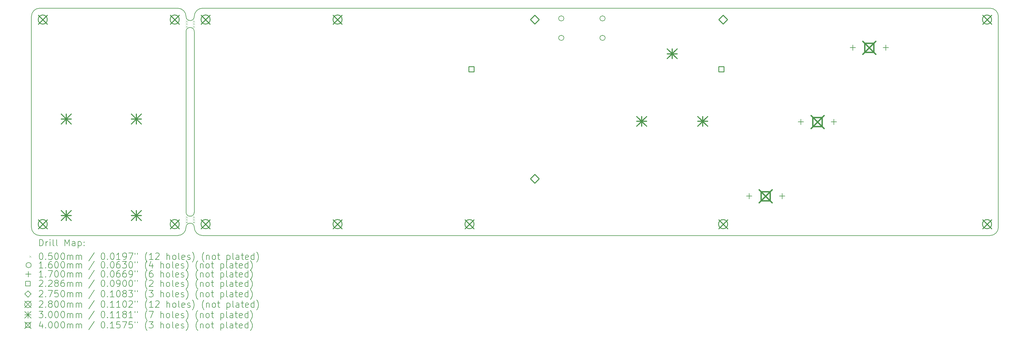
<source format=gbr>
%TF.GenerationSoftware,KiCad,Pcbnew,(6.0.8)*%
%TF.CreationDate,2022-10-17T00:13:45-07:00*%
%TF.ProjectId,norns-deck-210330,6e6f726e-732d-4646-9563-6b2d32313033,rev?*%
%TF.SameCoordinates,Original*%
%TF.FileFunction,Drillmap*%
%TF.FilePolarity,Positive*%
%FSLAX45Y45*%
G04 Gerber Fmt 4.5, Leading zero omitted, Abs format (unit mm)*
G04 Created by KiCad (PCBNEW (6.0.8)) date 2022-10-17 00:13:45*
%MOMM*%
%LPD*%
G01*
G04 APERTURE LIST*
%ADD10C,0.150000*%
%ADD11C,0.200000*%
%ADD12C,0.050000*%
%ADD13C,0.160000*%
%ADD14C,0.170000*%
%ADD15C,0.228600*%
%ADD16C,0.275000*%
%ADD17C,0.280000*%
%ADD18C,0.300000*%
%ADD19C,0.400000*%
G04 APERTURE END LIST*
D10*
X9381020Y-17515780D02*
G75*
G03*
X9635020Y-17515780I127000J0D01*
G01*
X4874020Y-18235780D02*
X9127020Y-18235780D01*
X9635020Y-17981780D02*
G75*
G03*
X9381020Y-17981780I-127000J0D01*
G01*
X9381020Y-11489780D02*
G75*
G03*
X9127020Y-11235780I-254000J0D01*
G01*
X4874020Y-11235780D02*
X9127020Y-11235780D01*
X34144420Y-11235780D02*
X9889020Y-11235780D01*
X4620020Y-17981780D02*
G75*
G03*
X4874020Y-18235780I254000J0D01*
G01*
X9635020Y-17981780D02*
G75*
G03*
X9889020Y-18235780I254000J0D01*
G01*
X9635020Y-11955780D02*
X9635020Y-17515780D01*
X9381020Y-17515780D02*
X9381020Y-11955780D01*
X9127020Y-18235780D02*
G75*
G03*
X9381020Y-17981780I0J254000D01*
G01*
X34144420Y-18235780D02*
G75*
G03*
X34398420Y-17981780I0J254000D01*
G01*
X9889020Y-18235780D02*
X34144420Y-18235780D01*
X34398420Y-17981780D02*
X34398420Y-11489780D01*
X34398420Y-11489780D02*
G75*
G03*
X34144420Y-11235780I-254000J0D01*
G01*
X4874020Y-11235780D02*
G75*
G03*
X4620020Y-11489780I0J-254000D01*
G01*
X4620020Y-11489780D02*
X4620020Y-17981780D01*
X9381020Y-11489780D02*
G75*
G03*
X9635020Y-11489780I127000J0D01*
G01*
X9889020Y-11235780D02*
G75*
G03*
X9635020Y-11489780I0J-254000D01*
G01*
X9635020Y-11955780D02*
G75*
G03*
X9381020Y-11955780I-127000J0D01*
G01*
D11*
D12*
X9373020Y-11617780D02*
X9423020Y-11667780D01*
X9423020Y-11617780D02*
X9373020Y-11667780D01*
X9373020Y-11697780D02*
X9423020Y-11747780D01*
X9423020Y-11697780D02*
X9373020Y-11747780D01*
X9373020Y-11777780D02*
X9423020Y-11827780D01*
X9423020Y-11777780D02*
X9373020Y-11827780D01*
X9373020Y-17643780D02*
X9423020Y-17693780D01*
X9423020Y-17643780D02*
X9373020Y-17693780D01*
X9373020Y-17723780D02*
X9423020Y-17773780D01*
X9423020Y-17723780D02*
X9373020Y-17773780D01*
X9373020Y-17803780D02*
X9423020Y-17853780D01*
X9423020Y-17803780D02*
X9373020Y-17853780D01*
X9593020Y-11617780D02*
X9643020Y-11667780D01*
X9643020Y-11617780D02*
X9593020Y-11667780D01*
X9593020Y-11697780D02*
X9643020Y-11747780D01*
X9643020Y-11697780D02*
X9593020Y-11747780D01*
X9593020Y-11777780D02*
X9643020Y-11827780D01*
X9643020Y-11777780D02*
X9593020Y-11827780D01*
X9593020Y-17643780D02*
X9643020Y-17693780D01*
X9643020Y-17643780D02*
X9593020Y-17693780D01*
X9593020Y-17723780D02*
X9643020Y-17773780D01*
X9643020Y-17723780D02*
X9593020Y-17773780D01*
X9593020Y-17803780D02*
X9643020Y-17853780D01*
X9643020Y-17803780D02*
X9593020Y-17853780D01*
D13*
X21017220Y-11549780D02*
G75*
G03*
X21017220Y-11549780I-80000J0D01*
G01*
X21017220Y-12149780D02*
G75*
G03*
X21017220Y-12149780I-80000J0D01*
G01*
X22287220Y-11549780D02*
G75*
G03*
X22287220Y-11549780I-80000J0D01*
G01*
X22287220Y-12149780D02*
G75*
G03*
X22287220Y-12149780I-80000J0D01*
G01*
D14*
X26721220Y-16936780D02*
X26721220Y-17106780D01*
X26636220Y-17021780D02*
X26806220Y-17021780D01*
X27737220Y-16936780D02*
X27737220Y-17106780D01*
X27652220Y-17021780D02*
X27822220Y-17021780D01*
X28317220Y-14650780D02*
X28317220Y-14820780D01*
X28232220Y-14735780D02*
X28402220Y-14735780D01*
X29333220Y-14650780D02*
X29333220Y-14820780D01*
X29248220Y-14735780D02*
X29418220Y-14735780D01*
X29913220Y-12364780D02*
X29913220Y-12534780D01*
X29828220Y-12449780D02*
X29998220Y-12449780D01*
X30929220Y-12364780D02*
X30929220Y-12534780D01*
X30844220Y-12449780D02*
X31014220Y-12449780D01*
D15*
X18247543Y-13192103D02*
X18247543Y-13030457D01*
X18085897Y-13030457D01*
X18085897Y-13192103D01*
X18247543Y-13192103D01*
X25947543Y-13192103D02*
X25947543Y-13030457D01*
X25785897Y-13030457D01*
X25785897Y-13192103D01*
X25947543Y-13192103D01*
D16*
X20121220Y-11723280D02*
X20258720Y-11585780D01*
X20121220Y-11448280D01*
X19983720Y-11585780D01*
X20121220Y-11723280D01*
X20121220Y-16623280D02*
X20258720Y-16485780D01*
X20121220Y-16348280D01*
X19983720Y-16485780D01*
X20121220Y-16623280D01*
X25921220Y-11723280D02*
X26058720Y-11585780D01*
X25921220Y-11448280D01*
X25783720Y-11585780D01*
X25921220Y-11723280D01*
D17*
X4828520Y-11444780D02*
X5108520Y-11724780D01*
X5108520Y-11444780D02*
X4828520Y-11724780D01*
X5108520Y-11584780D02*
G75*
G03*
X5108520Y-11584780I-140000J0D01*
G01*
X4828520Y-17744780D02*
X5108520Y-18024780D01*
X5108520Y-17744780D02*
X4828520Y-18024780D01*
X5108520Y-17884780D02*
G75*
G03*
X5108520Y-17884780I-140000J0D01*
G01*
X8892520Y-11444780D02*
X9172520Y-11724780D01*
X9172520Y-11444780D02*
X8892520Y-11724780D01*
X9172520Y-11584780D02*
G75*
G03*
X9172520Y-11584780I-140000J0D01*
G01*
X8892520Y-17744780D02*
X9172520Y-18024780D01*
X9172520Y-17744780D02*
X8892520Y-18024780D01*
X9172520Y-17884780D02*
G75*
G03*
X9172520Y-17884780I-140000J0D01*
G01*
X9843520Y-11444780D02*
X10123520Y-11724780D01*
X10123520Y-11444780D02*
X9843520Y-11724780D01*
X10123520Y-11584780D02*
G75*
G03*
X10123520Y-11584780I-140000J0D01*
G01*
X9843520Y-17744780D02*
X10123520Y-18024780D01*
X10123520Y-17744780D02*
X9843520Y-18024780D01*
X10123520Y-17884780D02*
G75*
G03*
X10123520Y-17884780I-140000J0D01*
G01*
X13907520Y-11444780D02*
X14187520Y-11724780D01*
X14187520Y-11444780D02*
X13907520Y-11724780D01*
X14187520Y-11584780D02*
G75*
G03*
X14187520Y-11584780I-140000J0D01*
G01*
X13907520Y-17744780D02*
X14187520Y-18024780D01*
X14187520Y-17744780D02*
X13907520Y-18024780D01*
X14187520Y-17884780D02*
G75*
G03*
X14187520Y-17884780I-140000J0D01*
G01*
X17970720Y-17745780D02*
X18250720Y-18025780D01*
X18250720Y-17745780D02*
X17970720Y-18025780D01*
X18250720Y-17885780D02*
G75*
G03*
X18250720Y-17885780I-140000J0D01*
G01*
X25781220Y-17745780D02*
X26061220Y-18025780D01*
X26061220Y-17745780D02*
X25781220Y-18025780D01*
X26061220Y-17885780D02*
G75*
G03*
X26061220Y-17885780I-140000J0D01*
G01*
X33909220Y-11445780D02*
X34189220Y-11725780D01*
X34189220Y-11445780D02*
X33909220Y-11725780D01*
X34189220Y-11585780D02*
G75*
G03*
X34189220Y-11585780I-140000J0D01*
G01*
X33909220Y-17745780D02*
X34189220Y-18025780D01*
X34189220Y-17745780D02*
X33909220Y-18025780D01*
X34189220Y-17885780D02*
G75*
G03*
X34189220Y-17885780I-140000J0D01*
G01*
D18*
X5542100Y-14497780D02*
X5842100Y-14797780D01*
X5842100Y-14497780D02*
X5542100Y-14797780D01*
X5692100Y-14497780D02*
X5692100Y-14797780D01*
X5542100Y-14647780D02*
X5842100Y-14647780D01*
X5542100Y-17469780D02*
X5842100Y-17769780D01*
X5842100Y-17469780D02*
X5542100Y-17769780D01*
X5692100Y-17469780D02*
X5692100Y-17769780D01*
X5542100Y-17619780D02*
X5842100Y-17619780D01*
X7701100Y-14497780D02*
X8001100Y-14797780D01*
X8001100Y-14497780D02*
X7701100Y-14797780D01*
X7851100Y-14497780D02*
X7851100Y-14797780D01*
X7701100Y-14647780D02*
X8001100Y-14647780D01*
X7701100Y-17469780D02*
X8001100Y-17769780D01*
X8001100Y-17469780D02*
X7701100Y-17769780D01*
X7851100Y-17469780D02*
X7851100Y-17769780D01*
X7701100Y-17619780D02*
X8001100Y-17619780D01*
X23264280Y-14569980D02*
X23564280Y-14869980D01*
X23564280Y-14569980D02*
X23264280Y-14869980D01*
X23414280Y-14569980D02*
X23414280Y-14869980D01*
X23264280Y-14719980D02*
X23564280Y-14719980D01*
X24204280Y-12489980D02*
X24504280Y-12789980D01*
X24504280Y-12489980D02*
X24204280Y-12789980D01*
X24354280Y-12489980D02*
X24354280Y-12789980D01*
X24204280Y-12639980D02*
X24504280Y-12639980D01*
X25144280Y-14569980D02*
X25444280Y-14869980D01*
X25444280Y-14569980D02*
X25144280Y-14869980D01*
X25294280Y-14569980D02*
X25294280Y-14869980D01*
X25144280Y-14719980D02*
X25444280Y-14719980D01*
D19*
X27029220Y-16821780D02*
X27429220Y-17221780D01*
X27429220Y-16821780D02*
X27029220Y-17221780D01*
X27370643Y-17163203D02*
X27370643Y-16880357D01*
X27087797Y-16880357D01*
X27087797Y-17163203D01*
X27370643Y-17163203D01*
X28625220Y-14535780D02*
X29025220Y-14935780D01*
X29025220Y-14535780D02*
X28625220Y-14935780D01*
X28966643Y-14877203D02*
X28966643Y-14594357D01*
X28683797Y-14594357D01*
X28683797Y-14877203D01*
X28966643Y-14877203D01*
X30221220Y-12249780D02*
X30621220Y-12649780D01*
X30621220Y-12249780D02*
X30221220Y-12649780D01*
X30562643Y-12591203D02*
X30562643Y-12308357D01*
X30279797Y-12308357D01*
X30279797Y-12591203D01*
X30562643Y-12591203D01*
D11*
X4870139Y-18553756D02*
X4870139Y-18353756D01*
X4917758Y-18353756D01*
X4946330Y-18363280D01*
X4965377Y-18382328D01*
X4974901Y-18401375D01*
X4984425Y-18439470D01*
X4984425Y-18468042D01*
X4974901Y-18506137D01*
X4965377Y-18525185D01*
X4946330Y-18544232D01*
X4917758Y-18553756D01*
X4870139Y-18553756D01*
X5070139Y-18553756D02*
X5070139Y-18420423D01*
X5070139Y-18458518D02*
X5079663Y-18439470D01*
X5089187Y-18429947D01*
X5108234Y-18420423D01*
X5127282Y-18420423D01*
X5193949Y-18553756D02*
X5193949Y-18420423D01*
X5193949Y-18353756D02*
X5184425Y-18363280D01*
X5193949Y-18372804D01*
X5203472Y-18363280D01*
X5193949Y-18353756D01*
X5193949Y-18372804D01*
X5317758Y-18553756D02*
X5298710Y-18544232D01*
X5289187Y-18525185D01*
X5289187Y-18353756D01*
X5422520Y-18553756D02*
X5403472Y-18544232D01*
X5393949Y-18525185D01*
X5393949Y-18353756D01*
X5651091Y-18553756D02*
X5651091Y-18353756D01*
X5717758Y-18496613D01*
X5784425Y-18353756D01*
X5784425Y-18553756D01*
X5965377Y-18553756D02*
X5965377Y-18448994D01*
X5955853Y-18429947D01*
X5936806Y-18420423D01*
X5898710Y-18420423D01*
X5879663Y-18429947D01*
X5965377Y-18544232D02*
X5946329Y-18553756D01*
X5898710Y-18553756D01*
X5879663Y-18544232D01*
X5870139Y-18525185D01*
X5870139Y-18506137D01*
X5879663Y-18487090D01*
X5898710Y-18477566D01*
X5946329Y-18477566D01*
X5965377Y-18468042D01*
X6060615Y-18420423D02*
X6060615Y-18620423D01*
X6060615Y-18429947D02*
X6079663Y-18420423D01*
X6117758Y-18420423D01*
X6136806Y-18429947D01*
X6146329Y-18439470D01*
X6155853Y-18458518D01*
X6155853Y-18515661D01*
X6146329Y-18534709D01*
X6136806Y-18544232D01*
X6117758Y-18553756D01*
X6079663Y-18553756D01*
X6060615Y-18544232D01*
X6241568Y-18534709D02*
X6251091Y-18544232D01*
X6241568Y-18553756D01*
X6232044Y-18544232D01*
X6241568Y-18534709D01*
X6241568Y-18553756D01*
X6241568Y-18429947D02*
X6251091Y-18439470D01*
X6241568Y-18448994D01*
X6232044Y-18439470D01*
X6241568Y-18429947D01*
X6241568Y-18448994D01*
D12*
X4562520Y-18858280D02*
X4612520Y-18908280D01*
X4612520Y-18858280D02*
X4562520Y-18908280D01*
D11*
X4908234Y-18773756D02*
X4927282Y-18773756D01*
X4946330Y-18783280D01*
X4955853Y-18792804D01*
X4965377Y-18811851D01*
X4974901Y-18849947D01*
X4974901Y-18897566D01*
X4965377Y-18935661D01*
X4955853Y-18954709D01*
X4946330Y-18964232D01*
X4927282Y-18973756D01*
X4908234Y-18973756D01*
X4889187Y-18964232D01*
X4879663Y-18954709D01*
X4870139Y-18935661D01*
X4860615Y-18897566D01*
X4860615Y-18849947D01*
X4870139Y-18811851D01*
X4879663Y-18792804D01*
X4889187Y-18783280D01*
X4908234Y-18773756D01*
X5060615Y-18954709D02*
X5070139Y-18964232D01*
X5060615Y-18973756D01*
X5051091Y-18964232D01*
X5060615Y-18954709D01*
X5060615Y-18973756D01*
X5251091Y-18773756D02*
X5155853Y-18773756D01*
X5146330Y-18868994D01*
X5155853Y-18859470D01*
X5174901Y-18849947D01*
X5222520Y-18849947D01*
X5241568Y-18859470D01*
X5251091Y-18868994D01*
X5260615Y-18888042D01*
X5260615Y-18935661D01*
X5251091Y-18954709D01*
X5241568Y-18964232D01*
X5222520Y-18973756D01*
X5174901Y-18973756D01*
X5155853Y-18964232D01*
X5146330Y-18954709D01*
X5384425Y-18773756D02*
X5403472Y-18773756D01*
X5422520Y-18783280D01*
X5432044Y-18792804D01*
X5441568Y-18811851D01*
X5451091Y-18849947D01*
X5451091Y-18897566D01*
X5441568Y-18935661D01*
X5432044Y-18954709D01*
X5422520Y-18964232D01*
X5403472Y-18973756D01*
X5384425Y-18973756D01*
X5365377Y-18964232D01*
X5355853Y-18954709D01*
X5346330Y-18935661D01*
X5336806Y-18897566D01*
X5336806Y-18849947D01*
X5346330Y-18811851D01*
X5355853Y-18792804D01*
X5365377Y-18783280D01*
X5384425Y-18773756D01*
X5574901Y-18773756D02*
X5593948Y-18773756D01*
X5612996Y-18783280D01*
X5622520Y-18792804D01*
X5632044Y-18811851D01*
X5641568Y-18849947D01*
X5641568Y-18897566D01*
X5632044Y-18935661D01*
X5622520Y-18954709D01*
X5612996Y-18964232D01*
X5593948Y-18973756D01*
X5574901Y-18973756D01*
X5555853Y-18964232D01*
X5546330Y-18954709D01*
X5536806Y-18935661D01*
X5527282Y-18897566D01*
X5527282Y-18849947D01*
X5536806Y-18811851D01*
X5546330Y-18792804D01*
X5555853Y-18783280D01*
X5574901Y-18773756D01*
X5727282Y-18973756D02*
X5727282Y-18840423D01*
X5727282Y-18859470D02*
X5736806Y-18849947D01*
X5755853Y-18840423D01*
X5784425Y-18840423D01*
X5803472Y-18849947D01*
X5812996Y-18868994D01*
X5812996Y-18973756D01*
X5812996Y-18868994D02*
X5822520Y-18849947D01*
X5841568Y-18840423D01*
X5870139Y-18840423D01*
X5889187Y-18849947D01*
X5898710Y-18868994D01*
X5898710Y-18973756D01*
X5993948Y-18973756D02*
X5993948Y-18840423D01*
X5993948Y-18859470D02*
X6003472Y-18849947D01*
X6022520Y-18840423D01*
X6051091Y-18840423D01*
X6070139Y-18849947D01*
X6079663Y-18868994D01*
X6079663Y-18973756D01*
X6079663Y-18868994D02*
X6089187Y-18849947D01*
X6108234Y-18840423D01*
X6136806Y-18840423D01*
X6155853Y-18849947D01*
X6165377Y-18868994D01*
X6165377Y-18973756D01*
X6555853Y-18764232D02*
X6384425Y-19021375D01*
X6812996Y-18773756D02*
X6832044Y-18773756D01*
X6851091Y-18783280D01*
X6860615Y-18792804D01*
X6870139Y-18811851D01*
X6879663Y-18849947D01*
X6879663Y-18897566D01*
X6870139Y-18935661D01*
X6860615Y-18954709D01*
X6851091Y-18964232D01*
X6832044Y-18973756D01*
X6812996Y-18973756D01*
X6793948Y-18964232D01*
X6784425Y-18954709D01*
X6774901Y-18935661D01*
X6765377Y-18897566D01*
X6765377Y-18849947D01*
X6774901Y-18811851D01*
X6784425Y-18792804D01*
X6793948Y-18783280D01*
X6812996Y-18773756D01*
X6965377Y-18954709D02*
X6974901Y-18964232D01*
X6965377Y-18973756D01*
X6955853Y-18964232D01*
X6965377Y-18954709D01*
X6965377Y-18973756D01*
X7098710Y-18773756D02*
X7117758Y-18773756D01*
X7136806Y-18783280D01*
X7146329Y-18792804D01*
X7155853Y-18811851D01*
X7165377Y-18849947D01*
X7165377Y-18897566D01*
X7155853Y-18935661D01*
X7146329Y-18954709D01*
X7136806Y-18964232D01*
X7117758Y-18973756D01*
X7098710Y-18973756D01*
X7079663Y-18964232D01*
X7070139Y-18954709D01*
X7060615Y-18935661D01*
X7051091Y-18897566D01*
X7051091Y-18849947D01*
X7060615Y-18811851D01*
X7070139Y-18792804D01*
X7079663Y-18783280D01*
X7098710Y-18773756D01*
X7355853Y-18973756D02*
X7241568Y-18973756D01*
X7298710Y-18973756D02*
X7298710Y-18773756D01*
X7279663Y-18802328D01*
X7260615Y-18821375D01*
X7241568Y-18830899D01*
X7451091Y-18973756D02*
X7489187Y-18973756D01*
X7508234Y-18964232D01*
X7517758Y-18954709D01*
X7536806Y-18926137D01*
X7546329Y-18888042D01*
X7546329Y-18811851D01*
X7536806Y-18792804D01*
X7527282Y-18783280D01*
X7508234Y-18773756D01*
X7470139Y-18773756D01*
X7451091Y-18783280D01*
X7441568Y-18792804D01*
X7432044Y-18811851D01*
X7432044Y-18859470D01*
X7441568Y-18878518D01*
X7451091Y-18888042D01*
X7470139Y-18897566D01*
X7508234Y-18897566D01*
X7527282Y-18888042D01*
X7536806Y-18878518D01*
X7546329Y-18859470D01*
X7612996Y-18773756D02*
X7746329Y-18773756D01*
X7660615Y-18973756D01*
X7812996Y-18773756D02*
X7812996Y-18811851D01*
X7889187Y-18773756D02*
X7889187Y-18811851D01*
X8184425Y-19049947D02*
X8174901Y-19040423D01*
X8155853Y-19011851D01*
X8146329Y-18992804D01*
X8136806Y-18964232D01*
X8127282Y-18916613D01*
X8127282Y-18878518D01*
X8136806Y-18830899D01*
X8146329Y-18802328D01*
X8155853Y-18783280D01*
X8174901Y-18754709D01*
X8184425Y-18745185D01*
X8365377Y-18973756D02*
X8251091Y-18973756D01*
X8308234Y-18973756D02*
X8308234Y-18773756D01*
X8289187Y-18802328D01*
X8270139Y-18821375D01*
X8251091Y-18830899D01*
X8441568Y-18792804D02*
X8451091Y-18783280D01*
X8470139Y-18773756D01*
X8517758Y-18773756D01*
X8536806Y-18783280D01*
X8546330Y-18792804D01*
X8555853Y-18811851D01*
X8555853Y-18830899D01*
X8546330Y-18859470D01*
X8432044Y-18973756D01*
X8555853Y-18973756D01*
X8793949Y-18973756D02*
X8793949Y-18773756D01*
X8879663Y-18973756D02*
X8879663Y-18868994D01*
X8870139Y-18849947D01*
X8851091Y-18840423D01*
X8822520Y-18840423D01*
X8803472Y-18849947D01*
X8793949Y-18859470D01*
X9003472Y-18973756D02*
X8984425Y-18964232D01*
X8974901Y-18954709D01*
X8965377Y-18935661D01*
X8965377Y-18878518D01*
X8974901Y-18859470D01*
X8984425Y-18849947D01*
X9003472Y-18840423D01*
X9032044Y-18840423D01*
X9051091Y-18849947D01*
X9060615Y-18859470D01*
X9070139Y-18878518D01*
X9070139Y-18935661D01*
X9060615Y-18954709D01*
X9051091Y-18964232D01*
X9032044Y-18973756D01*
X9003472Y-18973756D01*
X9184425Y-18973756D02*
X9165377Y-18964232D01*
X9155853Y-18945185D01*
X9155853Y-18773756D01*
X9336806Y-18964232D02*
X9317758Y-18973756D01*
X9279663Y-18973756D01*
X9260615Y-18964232D01*
X9251091Y-18945185D01*
X9251091Y-18868994D01*
X9260615Y-18849947D01*
X9279663Y-18840423D01*
X9317758Y-18840423D01*
X9336806Y-18849947D01*
X9346330Y-18868994D01*
X9346330Y-18888042D01*
X9251091Y-18907090D01*
X9422520Y-18964232D02*
X9441568Y-18973756D01*
X9479663Y-18973756D01*
X9498710Y-18964232D01*
X9508234Y-18945185D01*
X9508234Y-18935661D01*
X9498710Y-18916613D01*
X9479663Y-18907090D01*
X9451091Y-18907090D01*
X9432044Y-18897566D01*
X9422520Y-18878518D01*
X9422520Y-18868994D01*
X9432044Y-18849947D01*
X9451091Y-18840423D01*
X9479663Y-18840423D01*
X9498710Y-18849947D01*
X9574901Y-19049947D02*
X9584425Y-19040423D01*
X9603472Y-19011851D01*
X9612996Y-18992804D01*
X9622520Y-18964232D01*
X9632044Y-18916613D01*
X9632044Y-18878518D01*
X9622520Y-18830899D01*
X9612996Y-18802328D01*
X9603472Y-18783280D01*
X9584425Y-18754709D01*
X9574901Y-18745185D01*
X9936806Y-19049947D02*
X9927282Y-19040423D01*
X9908234Y-19011851D01*
X9898710Y-18992804D01*
X9889187Y-18964232D01*
X9879663Y-18916613D01*
X9879663Y-18878518D01*
X9889187Y-18830899D01*
X9898710Y-18802328D01*
X9908234Y-18783280D01*
X9927282Y-18754709D01*
X9936806Y-18745185D01*
X10012996Y-18840423D02*
X10012996Y-18973756D01*
X10012996Y-18859470D02*
X10022520Y-18849947D01*
X10041568Y-18840423D01*
X10070139Y-18840423D01*
X10089187Y-18849947D01*
X10098710Y-18868994D01*
X10098710Y-18973756D01*
X10222520Y-18973756D02*
X10203472Y-18964232D01*
X10193949Y-18954709D01*
X10184425Y-18935661D01*
X10184425Y-18878518D01*
X10193949Y-18859470D01*
X10203472Y-18849947D01*
X10222520Y-18840423D01*
X10251091Y-18840423D01*
X10270139Y-18849947D01*
X10279663Y-18859470D01*
X10289187Y-18878518D01*
X10289187Y-18935661D01*
X10279663Y-18954709D01*
X10270139Y-18964232D01*
X10251091Y-18973756D01*
X10222520Y-18973756D01*
X10346330Y-18840423D02*
X10422520Y-18840423D01*
X10374901Y-18773756D02*
X10374901Y-18945185D01*
X10384425Y-18964232D01*
X10403472Y-18973756D01*
X10422520Y-18973756D01*
X10641568Y-18840423D02*
X10641568Y-19040423D01*
X10641568Y-18849947D02*
X10660615Y-18840423D01*
X10698710Y-18840423D01*
X10717758Y-18849947D01*
X10727282Y-18859470D01*
X10736806Y-18878518D01*
X10736806Y-18935661D01*
X10727282Y-18954709D01*
X10717758Y-18964232D01*
X10698710Y-18973756D01*
X10660615Y-18973756D01*
X10641568Y-18964232D01*
X10851091Y-18973756D02*
X10832044Y-18964232D01*
X10822520Y-18945185D01*
X10822520Y-18773756D01*
X11012996Y-18973756D02*
X11012996Y-18868994D01*
X11003472Y-18849947D01*
X10984425Y-18840423D01*
X10946330Y-18840423D01*
X10927282Y-18849947D01*
X11012996Y-18964232D02*
X10993949Y-18973756D01*
X10946330Y-18973756D01*
X10927282Y-18964232D01*
X10917758Y-18945185D01*
X10917758Y-18926137D01*
X10927282Y-18907090D01*
X10946330Y-18897566D01*
X10993949Y-18897566D01*
X11012996Y-18888042D01*
X11079663Y-18840423D02*
X11155853Y-18840423D01*
X11108234Y-18773756D02*
X11108234Y-18945185D01*
X11117758Y-18964232D01*
X11136806Y-18973756D01*
X11155853Y-18973756D01*
X11298710Y-18964232D02*
X11279663Y-18973756D01*
X11241568Y-18973756D01*
X11222520Y-18964232D01*
X11212996Y-18945185D01*
X11212996Y-18868994D01*
X11222520Y-18849947D01*
X11241568Y-18840423D01*
X11279663Y-18840423D01*
X11298710Y-18849947D01*
X11308234Y-18868994D01*
X11308234Y-18888042D01*
X11212996Y-18907090D01*
X11479663Y-18973756D02*
X11479663Y-18773756D01*
X11479663Y-18964232D02*
X11460615Y-18973756D01*
X11422520Y-18973756D01*
X11403472Y-18964232D01*
X11393948Y-18954709D01*
X11384425Y-18935661D01*
X11384425Y-18878518D01*
X11393948Y-18859470D01*
X11403472Y-18849947D01*
X11422520Y-18840423D01*
X11460615Y-18840423D01*
X11479663Y-18849947D01*
X11555853Y-19049947D02*
X11565377Y-19040423D01*
X11584425Y-19011851D01*
X11593948Y-18992804D01*
X11603472Y-18964232D01*
X11612996Y-18916613D01*
X11612996Y-18878518D01*
X11603472Y-18830899D01*
X11593948Y-18802328D01*
X11584425Y-18783280D01*
X11565377Y-18754709D01*
X11555853Y-18745185D01*
D13*
X4612520Y-19147280D02*
G75*
G03*
X4612520Y-19147280I-80000J0D01*
G01*
D11*
X4974901Y-19237756D02*
X4860615Y-19237756D01*
X4917758Y-19237756D02*
X4917758Y-19037756D01*
X4898710Y-19066328D01*
X4879663Y-19085375D01*
X4860615Y-19094899D01*
X5060615Y-19218709D02*
X5070139Y-19228232D01*
X5060615Y-19237756D01*
X5051091Y-19228232D01*
X5060615Y-19218709D01*
X5060615Y-19237756D01*
X5241568Y-19037756D02*
X5203472Y-19037756D01*
X5184425Y-19047280D01*
X5174901Y-19056804D01*
X5155853Y-19085375D01*
X5146330Y-19123470D01*
X5146330Y-19199661D01*
X5155853Y-19218709D01*
X5165377Y-19228232D01*
X5184425Y-19237756D01*
X5222520Y-19237756D01*
X5241568Y-19228232D01*
X5251091Y-19218709D01*
X5260615Y-19199661D01*
X5260615Y-19152042D01*
X5251091Y-19132994D01*
X5241568Y-19123470D01*
X5222520Y-19113947D01*
X5184425Y-19113947D01*
X5165377Y-19123470D01*
X5155853Y-19132994D01*
X5146330Y-19152042D01*
X5384425Y-19037756D02*
X5403472Y-19037756D01*
X5422520Y-19047280D01*
X5432044Y-19056804D01*
X5441568Y-19075851D01*
X5451091Y-19113947D01*
X5451091Y-19161566D01*
X5441568Y-19199661D01*
X5432044Y-19218709D01*
X5422520Y-19228232D01*
X5403472Y-19237756D01*
X5384425Y-19237756D01*
X5365377Y-19228232D01*
X5355853Y-19218709D01*
X5346330Y-19199661D01*
X5336806Y-19161566D01*
X5336806Y-19113947D01*
X5346330Y-19075851D01*
X5355853Y-19056804D01*
X5365377Y-19047280D01*
X5384425Y-19037756D01*
X5574901Y-19037756D02*
X5593948Y-19037756D01*
X5612996Y-19047280D01*
X5622520Y-19056804D01*
X5632044Y-19075851D01*
X5641568Y-19113947D01*
X5641568Y-19161566D01*
X5632044Y-19199661D01*
X5622520Y-19218709D01*
X5612996Y-19228232D01*
X5593948Y-19237756D01*
X5574901Y-19237756D01*
X5555853Y-19228232D01*
X5546330Y-19218709D01*
X5536806Y-19199661D01*
X5527282Y-19161566D01*
X5527282Y-19113947D01*
X5536806Y-19075851D01*
X5546330Y-19056804D01*
X5555853Y-19047280D01*
X5574901Y-19037756D01*
X5727282Y-19237756D02*
X5727282Y-19104423D01*
X5727282Y-19123470D02*
X5736806Y-19113947D01*
X5755853Y-19104423D01*
X5784425Y-19104423D01*
X5803472Y-19113947D01*
X5812996Y-19132994D01*
X5812996Y-19237756D01*
X5812996Y-19132994D02*
X5822520Y-19113947D01*
X5841568Y-19104423D01*
X5870139Y-19104423D01*
X5889187Y-19113947D01*
X5898710Y-19132994D01*
X5898710Y-19237756D01*
X5993948Y-19237756D02*
X5993948Y-19104423D01*
X5993948Y-19123470D02*
X6003472Y-19113947D01*
X6022520Y-19104423D01*
X6051091Y-19104423D01*
X6070139Y-19113947D01*
X6079663Y-19132994D01*
X6079663Y-19237756D01*
X6079663Y-19132994D02*
X6089187Y-19113947D01*
X6108234Y-19104423D01*
X6136806Y-19104423D01*
X6155853Y-19113947D01*
X6165377Y-19132994D01*
X6165377Y-19237756D01*
X6555853Y-19028232D02*
X6384425Y-19285375D01*
X6812996Y-19037756D02*
X6832044Y-19037756D01*
X6851091Y-19047280D01*
X6860615Y-19056804D01*
X6870139Y-19075851D01*
X6879663Y-19113947D01*
X6879663Y-19161566D01*
X6870139Y-19199661D01*
X6860615Y-19218709D01*
X6851091Y-19228232D01*
X6832044Y-19237756D01*
X6812996Y-19237756D01*
X6793948Y-19228232D01*
X6784425Y-19218709D01*
X6774901Y-19199661D01*
X6765377Y-19161566D01*
X6765377Y-19113947D01*
X6774901Y-19075851D01*
X6784425Y-19056804D01*
X6793948Y-19047280D01*
X6812996Y-19037756D01*
X6965377Y-19218709D02*
X6974901Y-19228232D01*
X6965377Y-19237756D01*
X6955853Y-19228232D01*
X6965377Y-19218709D01*
X6965377Y-19237756D01*
X7098710Y-19037756D02*
X7117758Y-19037756D01*
X7136806Y-19047280D01*
X7146329Y-19056804D01*
X7155853Y-19075851D01*
X7165377Y-19113947D01*
X7165377Y-19161566D01*
X7155853Y-19199661D01*
X7146329Y-19218709D01*
X7136806Y-19228232D01*
X7117758Y-19237756D01*
X7098710Y-19237756D01*
X7079663Y-19228232D01*
X7070139Y-19218709D01*
X7060615Y-19199661D01*
X7051091Y-19161566D01*
X7051091Y-19113947D01*
X7060615Y-19075851D01*
X7070139Y-19056804D01*
X7079663Y-19047280D01*
X7098710Y-19037756D01*
X7336806Y-19037756D02*
X7298710Y-19037756D01*
X7279663Y-19047280D01*
X7270139Y-19056804D01*
X7251091Y-19085375D01*
X7241568Y-19123470D01*
X7241568Y-19199661D01*
X7251091Y-19218709D01*
X7260615Y-19228232D01*
X7279663Y-19237756D01*
X7317758Y-19237756D01*
X7336806Y-19228232D01*
X7346329Y-19218709D01*
X7355853Y-19199661D01*
X7355853Y-19152042D01*
X7346329Y-19132994D01*
X7336806Y-19123470D01*
X7317758Y-19113947D01*
X7279663Y-19113947D01*
X7260615Y-19123470D01*
X7251091Y-19132994D01*
X7241568Y-19152042D01*
X7422520Y-19037756D02*
X7546329Y-19037756D01*
X7479663Y-19113947D01*
X7508234Y-19113947D01*
X7527282Y-19123470D01*
X7536806Y-19132994D01*
X7546329Y-19152042D01*
X7546329Y-19199661D01*
X7536806Y-19218709D01*
X7527282Y-19228232D01*
X7508234Y-19237756D01*
X7451091Y-19237756D01*
X7432044Y-19228232D01*
X7422520Y-19218709D01*
X7670139Y-19037756D02*
X7689187Y-19037756D01*
X7708234Y-19047280D01*
X7717758Y-19056804D01*
X7727282Y-19075851D01*
X7736806Y-19113947D01*
X7736806Y-19161566D01*
X7727282Y-19199661D01*
X7717758Y-19218709D01*
X7708234Y-19228232D01*
X7689187Y-19237756D01*
X7670139Y-19237756D01*
X7651091Y-19228232D01*
X7641568Y-19218709D01*
X7632044Y-19199661D01*
X7622520Y-19161566D01*
X7622520Y-19113947D01*
X7632044Y-19075851D01*
X7641568Y-19056804D01*
X7651091Y-19047280D01*
X7670139Y-19037756D01*
X7812996Y-19037756D02*
X7812996Y-19075851D01*
X7889187Y-19037756D02*
X7889187Y-19075851D01*
X8184425Y-19313947D02*
X8174901Y-19304423D01*
X8155853Y-19275851D01*
X8146329Y-19256804D01*
X8136806Y-19228232D01*
X8127282Y-19180613D01*
X8127282Y-19142518D01*
X8136806Y-19094899D01*
X8146329Y-19066328D01*
X8155853Y-19047280D01*
X8174901Y-19018709D01*
X8184425Y-19009185D01*
X8346329Y-19104423D02*
X8346329Y-19237756D01*
X8298710Y-19028232D02*
X8251091Y-19171090D01*
X8374901Y-19171090D01*
X8603472Y-19237756D02*
X8603472Y-19037756D01*
X8689187Y-19237756D02*
X8689187Y-19132994D01*
X8679663Y-19113947D01*
X8660615Y-19104423D01*
X8632044Y-19104423D01*
X8612996Y-19113947D01*
X8603472Y-19123470D01*
X8812996Y-19237756D02*
X8793949Y-19228232D01*
X8784425Y-19218709D01*
X8774901Y-19199661D01*
X8774901Y-19142518D01*
X8784425Y-19123470D01*
X8793949Y-19113947D01*
X8812996Y-19104423D01*
X8841568Y-19104423D01*
X8860615Y-19113947D01*
X8870139Y-19123470D01*
X8879663Y-19142518D01*
X8879663Y-19199661D01*
X8870139Y-19218709D01*
X8860615Y-19228232D01*
X8841568Y-19237756D01*
X8812996Y-19237756D01*
X8993949Y-19237756D02*
X8974901Y-19228232D01*
X8965377Y-19209185D01*
X8965377Y-19037756D01*
X9146330Y-19228232D02*
X9127282Y-19237756D01*
X9089187Y-19237756D01*
X9070139Y-19228232D01*
X9060615Y-19209185D01*
X9060615Y-19132994D01*
X9070139Y-19113947D01*
X9089187Y-19104423D01*
X9127282Y-19104423D01*
X9146330Y-19113947D01*
X9155853Y-19132994D01*
X9155853Y-19152042D01*
X9060615Y-19171090D01*
X9232044Y-19228232D02*
X9251091Y-19237756D01*
X9289187Y-19237756D01*
X9308234Y-19228232D01*
X9317758Y-19209185D01*
X9317758Y-19199661D01*
X9308234Y-19180613D01*
X9289187Y-19171090D01*
X9260615Y-19171090D01*
X9241568Y-19161566D01*
X9232044Y-19142518D01*
X9232044Y-19132994D01*
X9241568Y-19113947D01*
X9260615Y-19104423D01*
X9289187Y-19104423D01*
X9308234Y-19113947D01*
X9384425Y-19313947D02*
X9393949Y-19304423D01*
X9412996Y-19275851D01*
X9422520Y-19256804D01*
X9432044Y-19228232D01*
X9441568Y-19180613D01*
X9441568Y-19142518D01*
X9432044Y-19094899D01*
X9422520Y-19066328D01*
X9412996Y-19047280D01*
X9393949Y-19018709D01*
X9384425Y-19009185D01*
X9746330Y-19313947D02*
X9736806Y-19304423D01*
X9717758Y-19275851D01*
X9708234Y-19256804D01*
X9698710Y-19228232D01*
X9689187Y-19180613D01*
X9689187Y-19142518D01*
X9698710Y-19094899D01*
X9708234Y-19066328D01*
X9717758Y-19047280D01*
X9736806Y-19018709D01*
X9746330Y-19009185D01*
X9822520Y-19104423D02*
X9822520Y-19237756D01*
X9822520Y-19123470D02*
X9832044Y-19113947D01*
X9851091Y-19104423D01*
X9879663Y-19104423D01*
X9898710Y-19113947D01*
X9908234Y-19132994D01*
X9908234Y-19237756D01*
X10032044Y-19237756D02*
X10012996Y-19228232D01*
X10003472Y-19218709D01*
X9993949Y-19199661D01*
X9993949Y-19142518D01*
X10003472Y-19123470D01*
X10012996Y-19113947D01*
X10032044Y-19104423D01*
X10060615Y-19104423D01*
X10079663Y-19113947D01*
X10089187Y-19123470D01*
X10098710Y-19142518D01*
X10098710Y-19199661D01*
X10089187Y-19218709D01*
X10079663Y-19228232D01*
X10060615Y-19237756D01*
X10032044Y-19237756D01*
X10155853Y-19104423D02*
X10232044Y-19104423D01*
X10184425Y-19037756D02*
X10184425Y-19209185D01*
X10193949Y-19228232D01*
X10212996Y-19237756D01*
X10232044Y-19237756D01*
X10451091Y-19104423D02*
X10451091Y-19304423D01*
X10451091Y-19113947D02*
X10470139Y-19104423D01*
X10508234Y-19104423D01*
X10527282Y-19113947D01*
X10536806Y-19123470D01*
X10546330Y-19142518D01*
X10546330Y-19199661D01*
X10536806Y-19218709D01*
X10527282Y-19228232D01*
X10508234Y-19237756D01*
X10470139Y-19237756D01*
X10451091Y-19228232D01*
X10660615Y-19237756D02*
X10641568Y-19228232D01*
X10632044Y-19209185D01*
X10632044Y-19037756D01*
X10822520Y-19237756D02*
X10822520Y-19132994D01*
X10812996Y-19113947D01*
X10793949Y-19104423D01*
X10755853Y-19104423D01*
X10736806Y-19113947D01*
X10822520Y-19228232D02*
X10803472Y-19237756D01*
X10755853Y-19237756D01*
X10736806Y-19228232D01*
X10727282Y-19209185D01*
X10727282Y-19190137D01*
X10736806Y-19171090D01*
X10755853Y-19161566D01*
X10803472Y-19161566D01*
X10822520Y-19152042D01*
X10889187Y-19104423D02*
X10965377Y-19104423D01*
X10917758Y-19037756D02*
X10917758Y-19209185D01*
X10927282Y-19228232D01*
X10946330Y-19237756D01*
X10965377Y-19237756D01*
X11108234Y-19228232D02*
X11089187Y-19237756D01*
X11051091Y-19237756D01*
X11032044Y-19228232D01*
X11022520Y-19209185D01*
X11022520Y-19132994D01*
X11032044Y-19113947D01*
X11051091Y-19104423D01*
X11089187Y-19104423D01*
X11108234Y-19113947D01*
X11117758Y-19132994D01*
X11117758Y-19152042D01*
X11022520Y-19171090D01*
X11289187Y-19237756D02*
X11289187Y-19037756D01*
X11289187Y-19228232D02*
X11270139Y-19237756D01*
X11232044Y-19237756D01*
X11212996Y-19228232D01*
X11203472Y-19218709D01*
X11193948Y-19199661D01*
X11193948Y-19142518D01*
X11203472Y-19123470D01*
X11212996Y-19113947D01*
X11232044Y-19104423D01*
X11270139Y-19104423D01*
X11289187Y-19113947D01*
X11365377Y-19313947D02*
X11374901Y-19304423D01*
X11393948Y-19275851D01*
X11403472Y-19256804D01*
X11412996Y-19228232D01*
X11422520Y-19180613D01*
X11422520Y-19142518D01*
X11412996Y-19094899D01*
X11403472Y-19066328D01*
X11393948Y-19047280D01*
X11374901Y-19018709D01*
X11365377Y-19009185D01*
D14*
X4527520Y-19342280D02*
X4527520Y-19512280D01*
X4442520Y-19427280D02*
X4612520Y-19427280D01*
D11*
X4974901Y-19517756D02*
X4860615Y-19517756D01*
X4917758Y-19517756D02*
X4917758Y-19317756D01*
X4898710Y-19346328D01*
X4879663Y-19365375D01*
X4860615Y-19374899D01*
X5060615Y-19498709D02*
X5070139Y-19508232D01*
X5060615Y-19517756D01*
X5051091Y-19508232D01*
X5060615Y-19498709D01*
X5060615Y-19517756D01*
X5136806Y-19317756D02*
X5270139Y-19317756D01*
X5184425Y-19517756D01*
X5384425Y-19317756D02*
X5403472Y-19317756D01*
X5422520Y-19327280D01*
X5432044Y-19336804D01*
X5441568Y-19355851D01*
X5451091Y-19393947D01*
X5451091Y-19441566D01*
X5441568Y-19479661D01*
X5432044Y-19498709D01*
X5422520Y-19508232D01*
X5403472Y-19517756D01*
X5384425Y-19517756D01*
X5365377Y-19508232D01*
X5355853Y-19498709D01*
X5346330Y-19479661D01*
X5336806Y-19441566D01*
X5336806Y-19393947D01*
X5346330Y-19355851D01*
X5355853Y-19336804D01*
X5365377Y-19327280D01*
X5384425Y-19317756D01*
X5574901Y-19317756D02*
X5593948Y-19317756D01*
X5612996Y-19327280D01*
X5622520Y-19336804D01*
X5632044Y-19355851D01*
X5641568Y-19393947D01*
X5641568Y-19441566D01*
X5632044Y-19479661D01*
X5622520Y-19498709D01*
X5612996Y-19508232D01*
X5593948Y-19517756D01*
X5574901Y-19517756D01*
X5555853Y-19508232D01*
X5546330Y-19498709D01*
X5536806Y-19479661D01*
X5527282Y-19441566D01*
X5527282Y-19393947D01*
X5536806Y-19355851D01*
X5546330Y-19336804D01*
X5555853Y-19327280D01*
X5574901Y-19317756D01*
X5727282Y-19517756D02*
X5727282Y-19384423D01*
X5727282Y-19403470D02*
X5736806Y-19393947D01*
X5755853Y-19384423D01*
X5784425Y-19384423D01*
X5803472Y-19393947D01*
X5812996Y-19412994D01*
X5812996Y-19517756D01*
X5812996Y-19412994D02*
X5822520Y-19393947D01*
X5841568Y-19384423D01*
X5870139Y-19384423D01*
X5889187Y-19393947D01*
X5898710Y-19412994D01*
X5898710Y-19517756D01*
X5993948Y-19517756D02*
X5993948Y-19384423D01*
X5993948Y-19403470D02*
X6003472Y-19393947D01*
X6022520Y-19384423D01*
X6051091Y-19384423D01*
X6070139Y-19393947D01*
X6079663Y-19412994D01*
X6079663Y-19517756D01*
X6079663Y-19412994D02*
X6089187Y-19393947D01*
X6108234Y-19384423D01*
X6136806Y-19384423D01*
X6155853Y-19393947D01*
X6165377Y-19412994D01*
X6165377Y-19517756D01*
X6555853Y-19308232D02*
X6384425Y-19565375D01*
X6812996Y-19317756D02*
X6832044Y-19317756D01*
X6851091Y-19327280D01*
X6860615Y-19336804D01*
X6870139Y-19355851D01*
X6879663Y-19393947D01*
X6879663Y-19441566D01*
X6870139Y-19479661D01*
X6860615Y-19498709D01*
X6851091Y-19508232D01*
X6832044Y-19517756D01*
X6812996Y-19517756D01*
X6793948Y-19508232D01*
X6784425Y-19498709D01*
X6774901Y-19479661D01*
X6765377Y-19441566D01*
X6765377Y-19393947D01*
X6774901Y-19355851D01*
X6784425Y-19336804D01*
X6793948Y-19327280D01*
X6812996Y-19317756D01*
X6965377Y-19498709D02*
X6974901Y-19508232D01*
X6965377Y-19517756D01*
X6955853Y-19508232D01*
X6965377Y-19498709D01*
X6965377Y-19517756D01*
X7098710Y-19317756D02*
X7117758Y-19317756D01*
X7136806Y-19327280D01*
X7146329Y-19336804D01*
X7155853Y-19355851D01*
X7165377Y-19393947D01*
X7165377Y-19441566D01*
X7155853Y-19479661D01*
X7146329Y-19498709D01*
X7136806Y-19508232D01*
X7117758Y-19517756D01*
X7098710Y-19517756D01*
X7079663Y-19508232D01*
X7070139Y-19498709D01*
X7060615Y-19479661D01*
X7051091Y-19441566D01*
X7051091Y-19393947D01*
X7060615Y-19355851D01*
X7070139Y-19336804D01*
X7079663Y-19327280D01*
X7098710Y-19317756D01*
X7336806Y-19317756D02*
X7298710Y-19317756D01*
X7279663Y-19327280D01*
X7270139Y-19336804D01*
X7251091Y-19365375D01*
X7241568Y-19403470D01*
X7241568Y-19479661D01*
X7251091Y-19498709D01*
X7260615Y-19508232D01*
X7279663Y-19517756D01*
X7317758Y-19517756D01*
X7336806Y-19508232D01*
X7346329Y-19498709D01*
X7355853Y-19479661D01*
X7355853Y-19432042D01*
X7346329Y-19412994D01*
X7336806Y-19403470D01*
X7317758Y-19393947D01*
X7279663Y-19393947D01*
X7260615Y-19403470D01*
X7251091Y-19412994D01*
X7241568Y-19432042D01*
X7527282Y-19317756D02*
X7489187Y-19317756D01*
X7470139Y-19327280D01*
X7460615Y-19336804D01*
X7441568Y-19365375D01*
X7432044Y-19403470D01*
X7432044Y-19479661D01*
X7441568Y-19498709D01*
X7451091Y-19508232D01*
X7470139Y-19517756D01*
X7508234Y-19517756D01*
X7527282Y-19508232D01*
X7536806Y-19498709D01*
X7546329Y-19479661D01*
X7546329Y-19432042D01*
X7536806Y-19412994D01*
X7527282Y-19403470D01*
X7508234Y-19393947D01*
X7470139Y-19393947D01*
X7451091Y-19403470D01*
X7441568Y-19412994D01*
X7432044Y-19432042D01*
X7641568Y-19517756D02*
X7679663Y-19517756D01*
X7698710Y-19508232D01*
X7708234Y-19498709D01*
X7727282Y-19470137D01*
X7736806Y-19432042D01*
X7736806Y-19355851D01*
X7727282Y-19336804D01*
X7717758Y-19327280D01*
X7698710Y-19317756D01*
X7660615Y-19317756D01*
X7641568Y-19327280D01*
X7632044Y-19336804D01*
X7622520Y-19355851D01*
X7622520Y-19403470D01*
X7632044Y-19422518D01*
X7641568Y-19432042D01*
X7660615Y-19441566D01*
X7698710Y-19441566D01*
X7717758Y-19432042D01*
X7727282Y-19422518D01*
X7736806Y-19403470D01*
X7812996Y-19317756D02*
X7812996Y-19355851D01*
X7889187Y-19317756D02*
X7889187Y-19355851D01*
X8184425Y-19593947D02*
X8174901Y-19584423D01*
X8155853Y-19555851D01*
X8146329Y-19536804D01*
X8136806Y-19508232D01*
X8127282Y-19460613D01*
X8127282Y-19422518D01*
X8136806Y-19374899D01*
X8146329Y-19346328D01*
X8155853Y-19327280D01*
X8174901Y-19298709D01*
X8184425Y-19289185D01*
X8346329Y-19317756D02*
X8308234Y-19317756D01*
X8289187Y-19327280D01*
X8279663Y-19336804D01*
X8260615Y-19365375D01*
X8251091Y-19403470D01*
X8251091Y-19479661D01*
X8260615Y-19498709D01*
X8270139Y-19508232D01*
X8289187Y-19517756D01*
X8327282Y-19517756D01*
X8346329Y-19508232D01*
X8355853Y-19498709D01*
X8365377Y-19479661D01*
X8365377Y-19432042D01*
X8355853Y-19412994D01*
X8346329Y-19403470D01*
X8327282Y-19393947D01*
X8289187Y-19393947D01*
X8270139Y-19403470D01*
X8260615Y-19412994D01*
X8251091Y-19432042D01*
X8603472Y-19517756D02*
X8603472Y-19317756D01*
X8689187Y-19517756D02*
X8689187Y-19412994D01*
X8679663Y-19393947D01*
X8660615Y-19384423D01*
X8632044Y-19384423D01*
X8612996Y-19393947D01*
X8603472Y-19403470D01*
X8812996Y-19517756D02*
X8793949Y-19508232D01*
X8784425Y-19498709D01*
X8774901Y-19479661D01*
X8774901Y-19422518D01*
X8784425Y-19403470D01*
X8793949Y-19393947D01*
X8812996Y-19384423D01*
X8841568Y-19384423D01*
X8860615Y-19393947D01*
X8870139Y-19403470D01*
X8879663Y-19422518D01*
X8879663Y-19479661D01*
X8870139Y-19498709D01*
X8860615Y-19508232D01*
X8841568Y-19517756D01*
X8812996Y-19517756D01*
X8993949Y-19517756D02*
X8974901Y-19508232D01*
X8965377Y-19489185D01*
X8965377Y-19317756D01*
X9146330Y-19508232D02*
X9127282Y-19517756D01*
X9089187Y-19517756D01*
X9070139Y-19508232D01*
X9060615Y-19489185D01*
X9060615Y-19412994D01*
X9070139Y-19393947D01*
X9089187Y-19384423D01*
X9127282Y-19384423D01*
X9146330Y-19393947D01*
X9155853Y-19412994D01*
X9155853Y-19432042D01*
X9060615Y-19451090D01*
X9232044Y-19508232D02*
X9251091Y-19517756D01*
X9289187Y-19517756D01*
X9308234Y-19508232D01*
X9317758Y-19489185D01*
X9317758Y-19479661D01*
X9308234Y-19460613D01*
X9289187Y-19451090D01*
X9260615Y-19451090D01*
X9241568Y-19441566D01*
X9232044Y-19422518D01*
X9232044Y-19412994D01*
X9241568Y-19393947D01*
X9260615Y-19384423D01*
X9289187Y-19384423D01*
X9308234Y-19393947D01*
X9384425Y-19593947D02*
X9393949Y-19584423D01*
X9412996Y-19555851D01*
X9422520Y-19536804D01*
X9432044Y-19508232D01*
X9441568Y-19460613D01*
X9441568Y-19422518D01*
X9432044Y-19374899D01*
X9422520Y-19346328D01*
X9412996Y-19327280D01*
X9393949Y-19298709D01*
X9384425Y-19289185D01*
X9746330Y-19593947D02*
X9736806Y-19584423D01*
X9717758Y-19555851D01*
X9708234Y-19536804D01*
X9698710Y-19508232D01*
X9689187Y-19460613D01*
X9689187Y-19422518D01*
X9698710Y-19374899D01*
X9708234Y-19346328D01*
X9717758Y-19327280D01*
X9736806Y-19298709D01*
X9746330Y-19289185D01*
X9822520Y-19384423D02*
X9822520Y-19517756D01*
X9822520Y-19403470D02*
X9832044Y-19393947D01*
X9851091Y-19384423D01*
X9879663Y-19384423D01*
X9898710Y-19393947D01*
X9908234Y-19412994D01*
X9908234Y-19517756D01*
X10032044Y-19517756D02*
X10012996Y-19508232D01*
X10003472Y-19498709D01*
X9993949Y-19479661D01*
X9993949Y-19422518D01*
X10003472Y-19403470D01*
X10012996Y-19393947D01*
X10032044Y-19384423D01*
X10060615Y-19384423D01*
X10079663Y-19393947D01*
X10089187Y-19403470D01*
X10098710Y-19422518D01*
X10098710Y-19479661D01*
X10089187Y-19498709D01*
X10079663Y-19508232D01*
X10060615Y-19517756D01*
X10032044Y-19517756D01*
X10155853Y-19384423D02*
X10232044Y-19384423D01*
X10184425Y-19317756D02*
X10184425Y-19489185D01*
X10193949Y-19508232D01*
X10212996Y-19517756D01*
X10232044Y-19517756D01*
X10451091Y-19384423D02*
X10451091Y-19584423D01*
X10451091Y-19393947D02*
X10470139Y-19384423D01*
X10508234Y-19384423D01*
X10527282Y-19393947D01*
X10536806Y-19403470D01*
X10546330Y-19422518D01*
X10546330Y-19479661D01*
X10536806Y-19498709D01*
X10527282Y-19508232D01*
X10508234Y-19517756D01*
X10470139Y-19517756D01*
X10451091Y-19508232D01*
X10660615Y-19517756D02*
X10641568Y-19508232D01*
X10632044Y-19489185D01*
X10632044Y-19317756D01*
X10822520Y-19517756D02*
X10822520Y-19412994D01*
X10812996Y-19393947D01*
X10793949Y-19384423D01*
X10755853Y-19384423D01*
X10736806Y-19393947D01*
X10822520Y-19508232D02*
X10803472Y-19517756D01*
X10755853Y-19517756D01*
X10736806Y-19508232D01*
X10727282Y-19489185D01*
X10727282Y-19470137D01*
X10736806Y-19451090D01*
X10755853Y-19441566D01*
X10803472Y-19441566D01*
X10822520Y-19432042D01*
X10889187Y-19384423D02*
X10965377Y-19384423D01*
X10917758Y-19317756D02*
X10917758Y-19489185D01*
X10927282Y-19508232D01*
X10946330Y-19517756D01*
X10965377Y-19517756D01*
X11108234Y-19508232D02*
X11089187Y-19517756D01*
X11051091Y-19517756D01*
X11032044Y-19508232D01*
X11022520Y-19489185D01*
X11022520Y-19412994D01*
X11032044Y-19393947D01*
X11051091Y-19384423D01*
X11089187Y-19384423D01*
X11108234Y-19393947D01*
X11117758Y-19412994D01*
X11117758Y-19432042D01*
X11022520Y-19451090D01*
X11289187Y-19517756D02*
X11289187Y-19317756D01*
X11289187Y-19508232D02*
X11270139Y-19517756D01*
X11232044Y-19517756D01*
X11212996Y-19508232D01*
X11203472Y-19498709D01*
X11193948Y-19479661D01*
X11193948Y-19422518D01*
X11203472Y-19403470D01*
X11212996Y-19393947D01*
X11232044Y-19384423D01*
X11270139Y-19384423D01*
X11289187Y-19393947D01*
X11365377Y-19593947D02*
X11374901Y-19584423D01*
X11393948Y-19555851D01*
X11403472Y-19536804D01*
X11412996Y-19508232D01*
X11422520Y-19460613D01*
X11422520Y-19422518D01*
X11412996Y-19374899D01*
X11403472Y-19346328D01*
X11393948Y-19327280D01*
X11374901Y-19298709D01*
X11365377Y-19289185D01*
X4583231Y-19787991D02*
X4583231Y-19646569D01*
X4441809Y-19646569D01*
X4441809Y-19787991D01*
X4583231Y-19787991D01*
X4860615Y-19626804D02*
X4870139Y-19617280D01*
X4889187Y-19607756D01*
X4936806Y-19607756D01*
X4955853Y-19617280D01*
X4965377Y-19626804D01*
X4974901Y-19645851D01*
X4974901Y-19664899D01*
X4965377Y-19693470D01*
X4851091Y-19807756D01*
X4974901Y-19807756D01*
X5060615Y-19788709D02*
X5070139Y-19798232D01*
X5060615Y-19807756D01*
X5051091Y-19798232D01*
X5060615Y-19788709D01*
X5060615Y-19807756D01*
X5146330Y-19626804D02*
X5155853Y-19617280D01*
X5174901Y-19607756D01*
X5222520Y-19607756D01*
X5241568Y-19617280D01*
X5251091Y-19626804D01*
X5260615Y-19645851D01*
X5260615Y-19664899D01*
X5251091Y-19693470D01*
X5136806Y-19807756D01*
X5260615Y-19807756D01*
X5374901Y-19693470D02*
X5355853Y-19683947D01*
X5346330Y-19674423D01*
X5336806Y-19655375D01*
X5336806Y-19645851D01*
X5346330Y-19626804D01*
X5355853Y-19617280D01*
X5374901Y-19607756D01*
X5412996Y-19607756D01*
X5432044Y-19617280D01*
X5441568Y-19626804D01*
X5451091Y-19645851D01*
X5451091Y-19655375D01*
X5441568Y-19674423D01*
X5432044Y-19683947D01*
X5412996Y-19693470D01*
X5374901Y-19693470D01*
X5355853Y-19702994D01*
X5346330Y-19712518D01*
X5336806Y-19731566D01*
X5336806Y-19769661D01*
X5346330Y-19788709D01*
X5355853Y-19798232D01*
X5374901Y-19807756D01*
X5412996Y-19807756D01*
X5432044Y-19798232D01*
X5441568Y-19788709D01*
X5451091Y-19769661D01*
X5451091Y-19731566D01*
X5441568Y-19712518D01*
X5432044Y-19702994D01*
X5412996Y-19693470D01*
X5622520Y-19607756D02*
X5584425Y-19607756D01*
X5565377Y-19617280D01*
X5555853Y-19626804D01*
X5536806Y-19655375D01*
X5527282Y-19693470D01*
X5527282Y-19769661D01*
X5536806Y-19788709D01*
X5546330Y-19798232D01*
X5565377Y-19807756D01*
X5603472Y-19807756D01*
X5622520Y-19798232D01*
X5632044Y-19788709D01*
X5641568Y-19769661D01*
X5641568Y-19722042D01*
X5632044Y-19702994D01*
X5622520Y-19693470D01*
X5603472Y-19683947D01*
X5565377Y-19683947D01*
X5546330Y-19693470D01*
X5536806Y-19702994D01*
X5527282Y-19722042D01*
X5727282Y-19807756D02*
X5727282Y-19674423D01*
X5727282Y-19693470D02*
X5736806Y-19683947D01*
X5755853Y-19674423D01*
X5784425Y-19674423D01*
X5803472Y-19683947D01*
X5812996Y-19702994D01*
X5812996Y-19807756D01*
X5812996Y-19702994D02*
X5822520Y-19683947D01*
X5841568Y-19674423D01*
X5870139Y-19674423D01*
X5889187Y-19683947D01*
X5898710Y-19702994D01*
X5898710Y-19807756D01*
X5993948Y-19807756D02*
X5993948Y-19674423D01*
X5993948Y-19693470D02*
X6003472Y-19683947D01*
X6022520Y-19674423D01*
X6051091Y-19674423D01*
X6070139Y-19683947D01*
X6079663Y-19702994D01*
X6079663Y-19807756D01*
X6079663Y-19702994D02*
X6089187Y-19683947D01*
X6108234Y-19674423D01*
X6136806Y-19674423D01*
X6155853Y-19683947D01*
X6165377Y-19702994D01*
X6165377Y-19807756D01*
X6555853Y-19598232D02*
X6384425Y-19855375D01*
X6812996Y-19607756D02*
X6832044Y-19607756D01*
X6851091Y-19617280D01*
X6860615Y-19626804D01*
X6870139Y-19645851D01*
X6879663Y-19683947D01*
X6879663Y-19731566D01*
X6870139Y-19769661D01*
X6860615Y-19788709D01*
X6851091Y-19798232D01*
X6832044Y-19807756D01*
X6812996Y-19807756D01*
X6793948Y-19798232D01*
X6784425Y-19788709D01*
X6774901Y-19769661D01*
X6765377Y-19731566D01*
X6765377Y-19683947D01*
X6774901Y-19645851D01*
X6784425Y-19626804D01*
X6793948Y-19617280D01*
X6812996Y-19607756D01*
X6965377Y-19788709D02*
X6974901Y-19798232D01*
X6965377Y-19807756D01*
X6955853Y-19798232D01*
X6965377Y-19788709D01*
X6965377Y-19807756D01*
X7098710Y-19607756D02*
X7117758Y-19607756D01*
X7136806Y-19617280D01*
X7146329Y-19626804D01*
X7155853Y-19645851D01*
X7165377Y-19683947D01*
X7165377Y-19731566D01*
X7155853Y-19769661D01*
X7146329Y-19788709D01*
X7136806Y-19798232D01*
X7117758Y-19807756D01*
X7098710Y-19807756D01*
X7079663Y-19798232D01*
X7070139Y-19788709D01*
X7060615Y-19769661D01*
X7051091Y-19731566D01*
X7051091Y-19683947D01*
X7060615Y-19645851D01*
X7070139Y-19626804D01*
X7079663Y-19617280D01*
X7098710Y-19607756D01*
X7260615Y-19807756D02*
X7298710Y-19807756D01*
X7317758Y-19798232D01*
X7327282Y-19788709D01*
X7346329Y-19760137D01*
X7355853Y-19722042D01*
X7355853Y-19645851D01*
X7346329Y-19626804D01*
X7336806Y-19617280D01*
X7317758Y-19607756D01*
X7279663Y-19607756D01*
X7260615Y-19617280D01*
X7251091Y-19626804D01*
X7241568Y-19645851D01*
X7241568Y-19693470D01*
X7251091Y-19712518D01*
X7260615Y-19722042D01*
X7279663Y-19731566D01*
X7317758Y-19731566D01*
X7336806Y-19722042D01*
X7346329Y-19712518D01*
X7355853Y-19693470D01*
X7479663Y-19607756D02*
X7498710Y-19607756D01*
X7517758Y-19617280D01*
X7527282Y-19626804D01*
X7536806Y-19645851D01*
X7546329Y-19683947D01*
X7546329Y-19731566D01*
X7536806Y-19769661D01*
X7527282Y-19788709D01*
X7517758Y-19798232D01*
X7498710Y-19807756D01*
X7479663Y-19807756D01*
X7460615Y-19798232D01*
X7451091Y-19788709D01*
X7441568Y-19769661D01*
X7432044Y-19731566D01*
X7432044Y-19683947D01*
X7441568Y-19645851D01*
X7451091Y-19626804D01*
X7460615Y-19617280D01*
X7479663Y-19607756D01*
X7670139Y-19607756D02*
X7689187Y-19607756D01*
X7708234Y-19617280D01*
X7717758Y-19626804D01*
X7727282Y-19645851D01*
X7736806Y-19683947D01*
X7736806Y-19731566D01*
X7727282Y-19769661D01*
X7717758Y-19788709D01*
X7708234Y-19798232D01*
X7689187Y-19807756D01*
X7670139Y-19807756D01*
X7651091Y-19798232D01*
X7641568Y-19788709D01*
X7632044Y-19769661D01*
X7622520Y-19731566D01*
X7622520Y-19683947D01*
X7632044Y-19645851D01*
X7641568Y-19626804D01*
X7651091Y-19617280D01*
X7670139Y-19607756D01*
X7812996Y-19607756D02*
X7812996Y-19645851D01*
X7889187Y-19607756D02*
X7889187Y-19645851D01*
X8184425Y-19883947D02*
X8174901Y-19874423D01*
X8155853Y-19845851D01*
X8146329Y-19826804D01*
X8136806Y-19798232D01*
X8127282Y-19750613D01*
X8127282Y-19712518D01*
X8136806Y-19664899D01*
X8146329Y-19636328D01*
X8155853Y-19617280D01*
X8174901Y-19588709D01*
X8184425Y-19579185D01*
X8251091Y-19626804D02*
X8260615Y-19617280D01*
X8279663Y-19607756D01*
X8327282Y-19607756D01*
X8346329Y-19617280D01*
X8355853Y-19626804D01*
X8365377Y-19645851D01*
X8365377Y-19664899D01*
X8355853Y-19693470D01*
X8241568Y-19807756D01*
X8365377Y-19807756D01*
X8603472Y-19807756D02*
X8603472Y-19607756D01*
X8689187Y-19807756D02*
X8689187Y-19702994D01*
X8679663Y-19683947D01*
X8660615Y-19674423D01*
X8632044Y-19674423D01*
X8612996Y-19683947D01*
X8603472Y-19693470D01*
X8812996Y-19807756D02*
X8793949Y-19798232D01*
X8784425Y-19788709D01*
X8774901Y-19769661D01*
X8774901Y-19712518D01*
X8784425Y-19693470D01*
X8793949Y-19683947D01*
X8812996Y-19674423D01*
X8841568Y-19674423D01*
X8860615Y-19683947D01*
X8870139Y-19693470D01*
X8879663Y-19712518D01*
X8879663Y-19769661D01*
X8870139Y-19788709D01*
X8860615Y-19798232D01*
X8841568Y-19807756D01*
X8812996Y-19807756D01*
X8993949Y-19807756D02*
X8974901Y-19798232D01*
X8965377Y-19779185D01*
X8965377Y-19607756D01*
X9146330Y-19798232D02*
X9127282Y-19807756D01*
X9089187Y-19807756D01*
X9070139Y-19798232D01*
X9060615Y-19779185D01*
X9060615Y-19702994D01*
X9070139Y-19683947D01*
X9089187Y-19674423D01*
X9127282Y-19674423D01*
X9146330Y-19683947D01*
X9155853Y-19702994D01*
X9155853Y-19722042D01*
X9060615Y-19741090D01*
X9232044Y-19798232D02*
X9251091Y-19807756D01*
X9289187Y-19807756D01*
X9308234Y-19798232D01*
X9317758Y-19779185D01*
X9317758Y-19769661D01*
X9308234Y-19750613D01*
X9289187Y-19741090D01*
X9260615Y-19741090D01*
X9241568Y-19731566D01*
X9232044Y-19712518D01*
X9232044Y-19702994D01*
X9241568Y-19683947D01*
X9260615Y-19674423D01*
X9289187Y-19674423D01*
X9308234Y-19683947D01*
X9384425Y-19883947D02*
X9393949Y-19874423D01*
X9412996Y-19845851D01*
X9422520Y-19826804D01*
X9432044Y-19798232D01*
X9441568Y-19750613D01*
X9441568Y-19712518D01*
X9432044Y-19664899D01*
X9422520Y-19636328D01*
X9412996Y-19617280D01*
X9393949Y-19588709D01*
X9384425Y-19579185D01*
X9746330Y-19883947D02*
X9736806Y-19874423D01*
X9717758Y-19845851D01*
X9708234Y-19826804D01*
X9698710Y-19798232D01*
X9689187Y-19750613D01*
X9689187Y-19712518D01*
X9698710Y-19664899D01*
X9708234Y-19636328D01*
X9717758Y-19617280D01*
X9736806Y-19588709D01*
X9746330Y-19579185D01*
X9822520Y-19674423D02*
X9822520Y-19807756D01*
X9822520Y-19693470D02*
X9832044Y-19683947D01*
X9851091Y-19674423D01*
X9879663Y-19674423D01*
X9898710Y-19683947D01*
X9908234Y-19702994D01*
X9908234Y-19807756D01*
X10032044Y-19807756D02*
X10012996Y-19798232D01*
X10003472Y-19788709D01*
X9993949Y-19769661D01*
X9993949Y-19712518D01*
X10003472Y-19693470D01*
X10012996Y-19683947D01*
X10032044Y-19674423D01*
X10060615Y-19674423D01*
X10079663Y-19683947D01*
X10089187Y-19693470D01*
X10098710Y-19712518D01*
X10098710Y-19769661D01*
X10089187Y-19788709D01*
X10079663Y-19798232D01*
X10060615Y-19807756D01*
X10032044Y-19807756D01*
X10155853Y-19674423D02*
X10232044Y-19674423D01*
X10184425Y-19607756D02*
X10184425Y-19779185D01*
X10193949Y-19798232D01*
X10212996Y-19807756D01*
X10232044Y-19807756D01*
X10451091Y-19674423D02*
X10451091Y-19874423D01*
X10451091Y-19683947D02*
X10470139Y-19674423D01*
X10508234Y-19674423D01*
X10527282Y-19683947D01*
X10536806Y-19693470D01*
X10546330Y-19712518D01*
X10546330Y-19769661D01*
X10536806Y-19788709D01*
X10527282Y-19798232D01*
X10508234Y-19807756D01*
X10470139Y-19807756D01*
X10451091Y-19798232D01*
X10660615Y-19807756D02*
X10641568Y-19798232D01*
X10632044Y-19779185D01*
X10632044Y-19607756D01*
X10822520Y-19807756D02*
X10822520Y-19702994D01*
X10812996Y-19683947D01*
X10793949Y-19674423D01*
X10755853Y-19674423D01*
X10736806Y-19683947D01*
X10822520Y-19798232D02*
X10803472Y-19807756D01*
X10755853Y-19807756D01*
X10736806Y-19798232D01*
X10727282Y-19779185D01*
X10727282Y-19760137D01*
X10736806Y-19741090D01*
X10755853Y-19731566D01*
X10803472Y-19731566D01*
X10822520Y-19722042D01*
X10889187Y-19674423D02*
X10965377Y-19674423D01*
X10917758Y-19607756D02*
X10917758Y-19779185D01*
X10927282Y-19798232D01*
X10946330Y-19807756D01*
X10965377Y-19807756D01*
X11108234Y-19798232D02*
X11089187Y-19807756D01*
X11051091Y-19807756D01*
X11032044Y-19798232D01*
X11022520Y-19779185D01*
X11022520Y-19702994D01*
X11032044Y-19683947D01*
X11051091Y-19674423D01*
X11089187Y-19674423D01*
X11108234Y-19683947D01*
X11117758Y-19702994D01*
X11117758Y-19722042D01*
X11022520Y-19741090D01*
X11289187Y-19807756D02*
X11289187Y-19607756D01*
X11289187Y-19798232D02*
X11270139Y-19807756D01*
X11232044Y-19807756D01*
X11212996Y-19798232D01*
X11203472Y-19788709D01*
X11193948Y-19769661D01*
X11193948Y-19712518D01*
X11203472Y-19693470D01*
X11212996Y-19683947D01*
X11232044Y-19674423D01*
X11270139Y-19674423D01*
X11289187Y-19683947D01*
X11365377Y-19883947D02*
X11374901Y-19874423D01*
X11393948Y-19845851D01*
X11403472Y-19826804D01*
X11412996Y-19798232D01*
X11422520Y-19750613D01*
X11422520Y-19712518D01*
X11412996Y-19664899D01*
X11403472Y-19636328D01*
X11393948Y-19617280D01*
X11374901Y-19588709D01*
X11365377Y-19579185D01*
X4512520Y-20137280D02*
X4612520Y-20037280D01*
X4512520Y-19937280D01*
X4412520Y-20037280D01*
X4512520Y-20137280D01*
X4860615Y-19946804D02*
X4870139Y-19937280D01*
X4889187Y-19927756D01*
X4936806Y-19927756D01*
X4955853Y-19937280D01*
X4965377Y-19946804D01*
X4974901Y-19965851D01*
X4974901Y-19984899D01*
X4965377Y-20013470D01*
X4851091Y-20127756D01*
X4974901Y-20127756D01*
X5060615Y-20108709D02*
X5070139Y-20118232D01*
X5060615Y-20127756D01*
X5051091Y-20118232D01*
X5060615Y-20108709D01*
X5060615Y-20127756D01*
X5136806Y-19927756D02*
X5270139Y-19927756D01*
X5184425Y-20127756D01*
X5441568Y-19927756D02*
X5346330Y-19927756D01*
X5336806Y-20022994D01*
X5346330Y-20013470D01*
X5365377Y-20003947D01*
X5412996Y-20003947D01*
X5432044Y-20013470D01*
X5441568Y-20022994D01*
X5451091Y-20042042D01*
X5451091Y-20089661D01*
X5441568Y-20108709D01*
X5432044Y-20118232D01*
X5412996Y-20127756D01*
X5365377Y-20127756D01*
X5346330Y-20118232D01*
X5336806Y-20108709D01*
X5574901Y-19927756D02*
X5593948Y-19927756D01*
X5612996Y-19937280D01*
X5622520Y-19946804D01*
X5632044Y-19965851D01*
X5641568Y-20003947D01*
X5641568Y-20051566D01*
X5632044Y-20089661D01*
X5622520Y-20108709D01*
X5612996Y-20118232D01*
X5593948Y-20127756D01*
X5574901Y-20127756D01*
X5555853Y-20118232D01*
X5546330Y-20108709D01*
X5536806Y-20089661D01*
X5527282Y-20051566D01*
X5527282Y-20003947D01*
X5536806Y-19965851D01*
X5546330Y-19946804D01*
X5555853Y-19937280D01*
X5574901Y-19927756D01*
X5727282Y-20127756D02*
X5727282Y-19994423D01*
X5727282Y-20013470D02*
X5736806Y-20003947D01*
X5755853Y-19994423D01*
X5784425Y-19994423D01*
X5803472Y-20003947D01*
X5812996Y-20022994D01*
X5812996Y-20127756D01*
X5812996Y-20022994D02*
X5822520Y-20003947D01*
X5841568Y-19994423D01*
X5870139Y-19994423D01*
X5889187Y-20003947D01*
X5898710Y-20022994D01*
X5898710Y-20127756D01*
X5993948Y-20127756D02*
X5993948Y-19994423D01*
X5993948Y-20013470D02*
X6003472Y-20003947D01*
X6022520Y-19994423D01*
X6051091Y-19994423D01*
X6070139Y-20003947D01*
X6079663Y-20022994D01*
X6079663Y-20127756D01*
X6079663Y-20022994D02*
X6089187Y-20003947D01*
X6108234Y-19994423D01*
X6136806Y-19994423D01*
X6155853Y-20003947D01*
X6165377Y-20022994D01*
X6165377Y-20127756D01*
X6555853Y-19918232D02*
X6384425Y-20175375D01*
X6812996Y-19927756D02*
X6832044Y-19927756D01*
X6851091Y-19937280D01*
X6860615Y-19946804D01*
X6870139Y-19965851D01*
X6879663Y-20003947D01*
X6879663Y-20051566D01*
X6870139Y-20089661D01*
X6860615Y-20108709D01*
X6851091Y-20118232D01*
X6832044Y-20127756D01*
X6812996Y-20127756D01*
X6793948Y-20118232D01*
X6784425Y-20108709D01*
X6774901Y-20089661D01*
X6765377Y-20051566D01*
X6765377Y-20003947D01*
X6774901Y-19965851D01*
X6784425Y-19946804D01*
X6793948Y-19937280D01*
X6812996Y-19927756D01*
X6965377Y-20108709D02*
X6974901Y-20118232D01*
X6965377Y-20127756D01*
X6955853Y-20118232D01*
X6965377Y-20108709D01*
X6965377Y-20127756D01*
X7165377Y-20127756D02*
X7051091Y-20127756D01*
X7108234Y-20127756D02*
X7108234Y-19927756D01*
X7089187Y-19956328D01*
X7070139Y-19975375D01*
X7051091Y-19984899D01*
X7289187Y-19927756D02*
X7308234Y-19927756D01*
X7327282Y-19937280D01*
X7336806Y-19946804D01*
X7346329Y-19965851D01*
X7355853Y-20003947D01*
X7355853Y-20051566D01*
X7346329Y-20089661D01*
X7336806Y-20108709D01*
X7327282Y-20118232D01*
X7308234Y-20127756D01*
X7289187Y-20127756D01*
X7270139Y-20118232D01*
X7260615Y-20108709D01*
X7251091Y-20089661D01*
X7241568Y-20051566D01*
X7241568Y-20003947D01*
X7251091Y-19965851D01*
X7260615Y-19946804D01*
X7270139Y-19937280D01*
X7289187Y-19927756D01*
X7470139Y-20013470D02*
X7451091Y-20003947D01*
X7441568Y-19994423D01*
X7432044Y-19975375D01*
X7432044Y-19965851D01*
X7441568Y-19946804D01*
X7451091Y-19937280D01*
X7470139Y-19927756D01*
X7508234Y-19927756D01*
X7527282Y-19937280D01*
X7536806Y-19946804D01*
X7546329Y-19965851D01*
X7546329Y-19975375D01*
X7536806Y-19994423D01*
X7527282Y-20003947D01*
X7508234Y-20013470D01*
X7470139Y-20013470D01*
X7451091Y-20022994D01*
X7441568Y-20032518D01*
X7432044Y-20051566D01*
X7432044Y-20089661D01*
X7441568Y-20108709D01*
X7451091Y-20118232D01*
X7470139Y-20127756D01*
X7508234Y-20127756D01*
X7527282Y-20118232D01*
X7536806Y-20108709D01*
X7546329Y-20089661D01*
X7546329Y-20051566D01*
X7536806Y-20032518D01*
X7527282Y-20022994D01*
X7508234Y-20013470D01*
X7612996Y-19927756D02*
X7736806Y-19927756D01*
X7670139Y-20003947D01*
X7698710Y-20003947D01*
X7717758Y-20013470D01*
X7727282Y-20022994D01*
X7736806Y-20042042D01*
X7736806Y-20089661D01*
X7727282Y-20108709D01*
X7717758Y-20118232D01*
X7698710Y-20127756D01*
X7641568Y-20127756D01*
X7622520Y-20118232D01*
X7612996Y-20108709D01*
X7812996Y-19927756D02*
X7812996Y-19965851D01*
X7889187Y-19927756D02*
X7889187Y-19965851D01*
X8184425Y-20203947D02*
X8174901Y-20194423D01*
X8155853Y-20165851D01*
X8146329Y-20146804D01*
X8136806Y-20118232D01*
X8127282Y-20070613D01*
X8127282Y-20032518D01*
X8136806Y-19984899D01*
X8146329Y-19956328D01*
X8155853Y-19937280D01*
X8174901Y-19908709D01*
X8184425Y-19899185D01*
X8241568Y-19927756D02*
X8365377Y-19927756D01*
X8298710Y-20003947D01*
X8327282Y-20003947D01*
X8346329Y-20013470D01*
X8355853Y-20022994D01*
X8365377Y-20042042D01*
X8365377Y-20089661D01*
X8355853Y-20108709D01*
X8346329Y-20118232D01*
X8327282Y-20127756D01*
X8270139Y-20127756D01*
X8251091Y-20118232D01*
X8241568Y-20108709D01*
X8603472Y-20127756D02*
X8603472Y-19927756D01*
X8689187Y-20127756D02*
X8689187Y-20022994D01*
X8679663Y-20003947D01*
X8660615Y-19994423D01*
X8632044Y-19994423D01*
X8612996Y-20003947D01*
X8603472Y-20013470D01*
X8812996Y-20127756D02*
X8793949Y-20118232D01*
X8784425Y-20108709D01*
X8774901Y-20089661D01*
X8774901Y-20032518D01*
X8784425Y-20013470D01*
X8793949Y-20003947D01*
X8812996Y-19994423D01*
X8841568Y-19994423D01*
X8860615Y-20003947D01*
X8870139Y-20013470D01*
X8879663Y-20032518D01*
X8879663Y-20089661D01*
X8870139Y-20108709D01*
X8860615Y-20118232D01*
X8841568Y-20127756D01*
X8812996Y-20127756D01*
X8993949Y-20127756D02*
X8974901Y-20118232D01*
X8965377Y-20099185D01*
X8965377Y-19927756D01*
X9146330Y-20118232D02*
X9127282Y-20127756D01*
X9089187Y-20127756D01*
X9070139Y-20118232D01*
X9060615Y-20099185D01*
X9060615Y-20022994D01*
X9070139Y-20003947D01*
X9089187Y-19994423D01*
X9127282Y-19994423D01*
X9146330Y-20003947D01*
X9155853Y-20022994D01*
X9155853Y-20042042D01*
X9060615Y-20061090D01*
X9232044Y-20118232D02*
X9251091Y-20127756D01*
X9289187Y-20127756D01*
X9308234Y-20118232D01*
X9317758Y-20099185D01*
X9317758Y-20089661D01*
X9308234Y-20070613D01*
X9289187Y-20061090D01*
X9260615Y-20061090D01*
X9241568Y-20051566D01*
X9232044Y-20032518D01*
X9232044Y-20022994D01*
X9241568Y-20003947D01*
X9260615Y-19994423D01*
X9289187Y-19994423D01*
X9308234Y-20003947D01*
X9384425Y-20203947D02*
X9393949Y-20194423D01*
X9412996Y-20165851D01*
X9422520Y-20146804D01*
X9432044Y-20118232D01*
X9441568Y-20070613D01*
X9441568Y-20032518D01*
X9432044Y-19984899D01*
X9422520Y-19956328D01*
X9412996Y-19937280D01*
X9393949Y-19908709D01*
X9384425Y-19899185D01*
X9746330Y-20203947D02*
X9736806Y-20194423D01*
X9717758Y-20165851D01*
X9708234Y-20146804D01*
X9698710Y-20118232D01*
X9689187Y-20070613D01*
X9689187Y-20032518D01*
X9698710Y-19984899D01*
X9708234Y-19956328D01*
X9717758Y-19937280D01*
X9736806Y-19908709D01*
X9746330Y-19899185D01*
X9822520Y-19994423D02*
X9822520Y-20127756D01*
X9822520Y-20013470D02*
X9832044Y-20003947D01*
X9851091Y-19994423D01*
X9879663Y-19994423D01*
X9898710Y-20003947D01*
X9908234Y-20022994D01*
X9908234Y-20127756D01*
X10032044Y-20127756D02*
X10012996Y-20118232D01*
X10003472Y-20108709D01*
X9993949Y-20089661D01*
X9993949Y-20032518D01*
X10003472Y-20013470D01*
X10012996Y-20003947D01*
X10032044Y-19994423D01*
X10060615Y-19994423D01*
X10079663Y-20003947D01*
X10089187Y-20013470D01*
X10098710Y-20032518D01*
X10098710Y-20089661D01*
X10089187Y-20108709D01*
X10079663Y-20118232D01*
X10060615Y-20127756D01*
X10032044Y-20127756D01*
X10155853Y-19994423D02*
X10232044Y-19994423D01*
X10184425Y-19927756D02*
X10184425Y-20099185D01*
X10193949Y-20118232D01*
X10212996Y-20127756D01*
X10232044Y-20127756D01*
X10451091Y-19994423D02*
X10451091Y-20194423D01*
X10451091Y-20003947D02*
X10470139Y-19994423D01*
X10508234Y-19994423D01*
X10527282Y-20003947D01*
X10536806Y-20013470D01*
X10546330Y-20032518D01*
X10546330Y-20089661D01*
X10536806Y-20108709D01*
X10527282Y-20118232D01*
X10508234Y-20127756D01*
X10470139Y-20127756D01*
X10451091Y-20118232D01*
X10660615Y-20127756D02*
X10641568Y-20118232D01*
X10632044Y-20099185D01*
X10632044Y-19927756D01*
X10822520Y-20127756D02*
X10822520Y-20022994D01*
X10812996Y-20003947D01*
X10793949Y-19994423D01*
X10755853Y-19994423D01*
X10736806Y-20003947D01*
X10822520Y-20118232D02*
X10803472Y-20127756D01*
X10755853Y-20127756D01*
X10736806Y-20118232D01*
X10727282Y-20099185D01*
X10727282Y-20080137D01*
X10736806Y-20061090D01*
X10755853Y-20051566D01*
X10803472Y-20051566D01*
X10822520Y-20042042D01*
X10889187Y-19994423D02*
X10965377Y-19994423D01*
X10917758Y-19927756D02*
X10917758Y-20099185D01*
X10927282Y-20118232D01*
X10946330Y-20127756D01*
X10965377Y-20127756D01*
X11108234Y-20118232D02*
X11089187Y-20127756D01*
X11051091Y-20127756D01*
X11032044Y-20118232D01*
X11022520Y-20099185D01*
X11022520Y-20022994D01*
X11032044Y-20003947D01*
X11051091Y-19994423D01*
X11089187Y-19994423D01*
X11108234Y-20003947D01*
X11117758Y-20022994D01*
X11117758Y-20042042D01*
X11022520Y-20061090D01*
X11289187Y-20127756D02*
X11289187Y-19927756D01*
X11289187Y-20118232D02*
X11270139Y-20127756D01*
X11232044Y-20127756D01*
X11212996Y-20118232D01*
X11203472Y-20108709D01*
X11193948Y-20089661D01*
X11193948Y-20032518D01*
X11203472Y-20013470D01*
X11212996Y-20003947D01*
X11232044Y-19994423D01*
X11270139Y-19994423D01*
X11289187Y-20003947D01*
X11365377Y-20203947D02*
X11374901Y-20194423D01*
X11393948Y-20165851D01*
X11403472Y-20146804D01*
X11412996Y-20118232D01*
X11422520Y-20070613D01*
X11422520Y-20032518D01*
X11412996Y-19984899D01*
X11403472Y-19956328D01*
X11393948Y-19937280D01*
X11374901Y-19908709D01*
X11365377Y-19899185D01*
X4412520Y-20257280D02*
X4612520Y-20457280D01*
X4612520Y-20257280D02*
X4412520Y-20457280D01*
X4612520Y-20357280D02*
G75*
G03*
X4612520Y-20357280I-100000J0D01*
G01*
X4860615Y-20266804D02*
X4870139Y-20257280D01*
X4889187Y-20247756D01*
X4936806Y-20247756D01*
X4955853Y-20257280D01*
X4965377Y-20266804D01*
X4974901Y-20285851D01*
X4974901Y-20304899D01*
X4965377Y-20333470D01*
X4851091Y-20447756D01*
X4974901Y-20447756D01*
X5060615Y-20428709D02*
X5070139Y-20438232D01*
X5060615Y-20447756D01*
X5051091Y-20438232D01*
X5060615Y-20428709D01*
X5060615Y-20447756D01*
X5184425Y-20333470D02*
X5165377Y-20323947D01*
X5155853Y-20314423D01*
X5146330Y-20295375D01*
X5146330Y-20285851D01*
X5155853Y-20266804D01*
X5165377Y-20257280D01*
X5184425Y-20247756D01*
X5222520Y-20247756D01*
X5241568Y-20257280D01*
X5251091Y-20266804D01*
X5260615Y-20285851D01*
X5260615Y-20295375D01*
X5251091Y-20314423D01*
X5241568Y-20323947D01*
X5222520Y-20333470D01*
X5184425Y-20333470D01*
X5165377Y-20342994D01*
X5155853Y-20352518D01*
X5146330Y-20371566D01*
X5146330Y-20409661D01*
X5155853Y-20428709D01*
X5165377Y-20438232D01*
X5184425Y-20447756D01*
X5222520Y-20447756D01*
X5241568Y-20438232D01*
X5251091Y-20428709D01*
X5260615Y-20409661D01*
X5260615Y-20371566D01*
X5251091Y-20352518D01*
X5241568Y-20342994D01*
X5222520Y-20333470D01*
X5384425Y-20247756D02*
X5403472Y-20247756D01*
X5422520Y-20257280D01*
X5432044Y-20266804D01*
X5441568Y-20285851D01*
X5451091Y-20323947D01*
X5451091Y-20371566D01*
X5441568Y-20409661D01*
X5432044Y-20428709D01*
X5422520Y-20438232D01*
X5403472Y-20447756D01*
X5384425Y-20447756D01*
X5365377Y-20438232D01*
X5355853Y-20428709D01*
X5346330Y-20409661D01*
X5336806Y-20371566D01*
X5336806Y-20323947D01*
X5346330Y-20285851D01*
X5355853Y-20266804D01*
X5365377Y-20257280D01*
X5384425Y-20247756D01*
X5574901Y-20247756D02*
X5593948Y-20247756D01*
X5612996Y-20257280D01*
X5622520Y-20266804D01*
X5632044Y-20285851D01*
X5641568Y-20323947D01*
X5641568Y-20371566D01*
X5632044Y-20409661D01*
X5622520Y-20428709D01*
X5612996Y-20438232D01*
X5593948Y-20447756D01*
X5574901Y-20447756D01*
X5555853Y-20438232D01*
X5546330Y-20428709D01*
X5536806Y-20409661D01*
X5527282Y-20371566D01*
X5527282Y-20323947D01*
X5536806Y-20285851D01*
X5546330Y-20266804D01*
X5555853Y-20257280D01*
X5574901Y-20247756D01*
X5727282Y-20447756D02*
X5727282Y-20314423D01*
X5727282Y-20333470D02*
X5736806Y-20323947D01*
X5755853Y-20314423D01*
X5784425Y-20314423D01*
X5803472Y-20323947D01*
X5812996Y-20342994D01*
X5812996Y-20447756D01*
X5812996Y-20342994D02*
X5822520Y-20323947D01*
X5841568Y-20314423D01*
X5870139Y-20314423D01*
X5889187Y-20323947D01*
X5898710Y-20342994D01*
X5898710Y-20447756D01*
X5993948Y-20447756D02*
X5993948Y-20314423D01*
X5993948Y-20333470D02*
X6003472Y-20323947D01*
X6022520Y-20314423D01*
X6051091Y-20314423D01*
X6070139Y-20323947D01*
X6079663Y-20342994D01*
X6079663Y-20447756D01*
X6079663Y-20342994D02*
X6089187Y-20323947D01*
X6108234Y-20314423D01*
X6136806Y-20314423D01*
X6155853Y-20323947D01*
X6165377Y-20342994D01*
X6165377Y-20447756D01*
X6555853Y-20238232D02*
X6384425Y-20495375D01*
X6812996Y-20247756D02*
X6832044Y-20247756D01*
X6851091Y-20257280D01*
X6860615Y-20266804D01*
X6870139Y-20285851D01*
X6879663Y-20323947D01*
X6879663Y-20371566D01*
X6870139Y-20409661D01*
X6860615Y-20428709D01*
X6851091Y-20438232D01*
X6832044Y-20447756D01*
X6812996Y-20447756D01*
X6793948Y-20438232D01*
X6784425Y-20428709D01*
X6774901Y-20409661D01*
X6765377Y-20371566D01*
X6765377Y-20323947D01*
X6774901Y-20285851D01*
X6784425Y-20266804D01*
X6793948Y-20257280D01*
X6812996Y-20247756D01*
X6965377Y-20428709D02*
X6974901Y-20438232D01*
X6965377Y-20447756D01*
X6955853Y-20438232D01*
X6965377Y-20428709D01*
X6965377Y-20447756D01*
X7165377Y-20447756D02*
X7051091Y-20447756D01*
X7108234Y-20447756D02*
X7108234Y-20247756D01*
X7089187Y-20276328D01*
X7070139Y-20295375D01*
X7051091Y-20304899D01*
X7355853Y-20447756D02*
X7241568Y-20447756D01*
X7298710Y-20447756D02*
X7298710Y-20247756D01*
X7279663Y-20276328D01*
X7260615Y-20295375D01*
X7241568Y-20304899D01*
X7479663Y-20247756D02*
X7498710Y-20247756D01*
X7517758Y-20257280D01*
X7527282Y-20266804D01*
X7536806Y-20285851D01*
X7546329Y-20323947D01*
X7546329Y-20371566D01*
X7536806Y-20409661D01*
X7527282Y-20428709D01*
X7517758Y-20438232D01*
X7498710Y-20447756D01*
X7479663Y-20447756D01*
X7460615Y-20438232D01*
X7451091Y-20428709D01*
X7441568Y-20409661D01*
X7432044Y-20371566D01*
X7432044Y-20323947D01*
X7441568Y-20285851D01*
X7451091Y-20266804D01*
X7460615Y-20257280D01*
X7479663Y-20247756D01*
X7622520Y-20266804D02*
X7632044Y-20257280D01*
X7651091Y-20247756D01*
X7698710Y-20247756D01*
X7717758Y-20257280D01*
X7727282Y-20266804D01*
X7736806Y-20285851D01*
X7736806Y-20304899D01*
X7727282Y-20333470D01*
X7612996Y-20447756D01*
X7736806Y-20447756D01*
X7812996Y-20247756D02*
X7812996Y-20285851D01*
X7889187Y-20247756D02*
X7889187Y-20285851D01*
X8184425Y-20523947D02*
X8174901Y-20514423D01*
X8155853Y-20485851D01*
X8146329Y-20466804D01*
X8136806Y-20438232D01*
X8127282Y-20390613D01*
X8127282Y-20352518D01*
X8136806Y-20304899D01*
X8146329Y-20276328D01*
X8155853Y-20257280D01*
X8174901Y-20228709D01*
X8184425Y-20219185D01*
X8365377Y-20447756D02*
X8251091Y-20447756D01*
X8308234Y-20447756D02*
X8308234Y-20247756D01*
X8289187Y-20276328D01*
X8270139Y-20295375D01*
X8251091Y-20304899D01*
X8441568Y-20266804D02*
X8451091Y-20257280D01*
X8470139Y-20247756D01*
X8517758Y-20247756D01*
X8536806Y-20257280D01*
X8546330Y-20266804D01*
X8555853Y-20285851D01*
X8555853Y-20304899D01*
X8546330Y-20333470D01*
X8432044Y-20447756D01*
X8555853Y-20447756D01*
X8793949Y-20447756D02*
X8793949Y-20247756D01*
X8879663Y-20447756D02*
X8879663Y-20342994D01*
X8870139Y-20323947D01*
X8851091Y-20314423D01*
X8822520Y-20314423D01*
X8803472Y-20323947D01*
X8793949Y-20333470D01*
X9003472Y-20447756D02*
X8984425Y-20438232D01*
X8974901Y-20428709D01*
X8965377Y-20409661D01*
X8965377Y-20352518D01*
X8974901Y-20333470D01*
X8984425Y-20323947D01*
X9003472Y-20314423D01*
X9032044Y-20314423D01*
X9051091Y-20323947D01*
X9060615Y-20333470D01*
X9070139Y-20352518D01*
X9070139Y-20409661D01*
X9060615Y-20428709D01*
X9051091Y-20438232D01*
X9032044Y-20447756D01*
X9003472Y-20447756D01*
X9184425Y-20447756D02*
X9165377Y-20438232D01*
X9155853Y-20419185D01*
X9155853Y-20247756D01*
X9336806Y-20438232D02*
X9317758Y-20447756D01*
X9279663Y-20447756D01*
X9260615Y-20438232D01*
X9251091Y-20419185D01*
X9251091Y-20342994D01*
X9260615Y-20323947D01*
X9279663Y-20314423D01*
X9317758Y-20314423D01*
X9336806Y-20323947D01*
X9346330Y-20342994D01*
X9346330Y-20362042D01*
X9251091Y-20381090D01*
X9422520Y-20438232D02*
X9441568Y-20447756D01*
X9479663Y-20447756D01*
X9498710Y-20438232D01*
X9508234Y-20419185D01*
X9508234Y-20409661D01*
X9498710Y-20390613D01*
X9479663Y-20381090D01*
X9451091Y-20381090D01*
X9432044Y-20371566D01*
X9422520Y-20352518D01*
X9422520Y-20342994D01*
X9432044Y-20323947D01*
X9451091Y-20314423D01*
X9479663Y-20314423D01*
X9498710Y-20323947D01*
X9574901Y-20523947D02*
X9584425Y-20514423D01*
X9603472Y-20485851D01*
X9612996Y-20466804D01*
X9622520Y-20438232D01*
X9632044Y-20390613D01*
X9632044Y-20352518D01*
X9622520Y-20304899D01*
X9612996Y-20276328D01*
X9603472Y-20257280D01*
X9584425Y-20228709D01*
X9574901Y-20219185D01*
X9936806Y-20523947D02*
X9927282Y-20514423D01*
X9908234Y-20485851D01*
X9898710Y-20466804D01*
X9889187Y-20438232D01*
X9879663Y-20390613D01*
X9879663Y-20352518D01*
X9889187Y-20304899D01*
X9898710Y-20276328D01*
X9908234Y-20257280D01*
X9927282Y-20228709D01*
X9936806Y-20219185D01*
X10012996Y-20314423D02*
X10012996Y-20447756D01*
X10012996Y-20333470D02*
X10022520Y-20323947D01*
X10041568Y-20314423D01*
X10070139Y-20314423D01*
X10089187Y-20323947D01*
X10098710Y-20342994D01*
X10098710Y-20447756D01*
X10222520Y-20447756D02*
X10203472Y-20438232D01*
X10193949Y-20428709D01*
X10184425Y-20409661D01*
X10184425Y-20352518D01*
X10193949Y-20333470D01*
X10203472Y-20323947D01*
X10222520Y-20314423D01*
X10251091Y-20314423D01*
X10270139Y-20323947D01*
X10279663Y-20333470D01*
X10289187Y-20352518D01*
X10289187Y-20409661D01*
X10279663Y-20428709D01*
X10270139Y-20438232D01*
X10251091Y-20447756D01*
X10222520Y-20447756D01*
X10346330Y-20314423D02*
X10422520Y-20314423D01*
X10374901Y-20247756D02*
X10374901Y-20419185D01*
X10384425Y-20438232D01*
X10403472Y-20447756D01*
X10422520Y-20447756D01*
X10641568Y-20314423D02*
X10641568Y-20514423D01*
X10641568Y-20323947D02*
X10660615Y-20314423D01*
X10698710Y-20314423D01*
X10717758Y-20323947D01*
X10727282Y-20333470D01*
X10736806Y-20352518D01*
X10736806Y-20409661D01*
X10727282Y-20428709D01*
X10717758Y-20438232D01*
X10698710Y-20447756D01*
X10660615Y-20447756D01*
X10641568Y-20438232D01*
X10851091Y-20447756D02*
X10832044Y-20438232D01*
X10822520Y-20419185D01*
X10822520Y-20247756D01*
X11012996Y-20447756D02*
X11012996Y-20342994D01*
X11003472Y-20323947D01*
X10984425Y-20314423D01*
X10946330Y-20314423D01*
X10927282Y-20323947D01*
X11012996Y-20438232D02*
X10993949Y-20447756D01*
X10946330Y-20447756D01*
X10927282Y-20438232D01*
X10917758Y-20419185D01*
X10917758Y-20400137D01*
X10927282Y-20381090D01*
X10946330Y-20371566D01*
X10993949Y-20371566D01*
X11012996Y-20362042D01*
X11079663Y-20314423D02*
X11155853Y-20314423D01*
X11108234Y-20247756D02*
X11108234Y-20419185D01*
X11117758Y-20438232D01*
X11136806Y-20447756D01*
X11155853Y-20447756D01*
X11298710Y-20438232D02*
X11279663Y-20447756D01*
X11241568Y-20447756D01*
X11222520Y-20438232D01*
X11212996Y-20419185D01*
X11212996Y-20342994D01*
X11222520Y-20323947D01*
X11241568Y-20314423D01*
X11279663Y-20314423D01*
X11298710Y-20323947D01*
X11308234Y-20342994D01*
X11308234Y-20362042D01*
X11212996Y-20381090D01*
X11479663Y-20447756D02*
X11479663Y-20247756D01*
X11479663Y-20438232D02*
X11460615Y-20447756D01*
X11422520Y-20447756D01*
X11403472Y-20438232D01*
X11393948Y-20428709D01*
X11384425Y-20409661D01*
X11384425Y-20352518D01*
X11393948Y-20333470D01*
X11403472Y-20323947D01*
X11422520Y-20314423D01*
X11460615Y-20314423D01*
X11479663Y-20323947D01*
X11555853Y-20523947D02*
X11565377Y-20514423D01*
X11584425Y-20485851D01*
X11593948Y-20466804D01*
X11603472Y-20438232D01*
X11612996Y-20390613D01*
X11612996Y-20352518D01*
X11603472Y-20304899D01*
X11593948Y-20276328D01*
X11584425Y-20257280D01*
X11565377Y-20228709D01*
X11555853Y-20219185D01*
X4412520Y-20577280D02*
X4612520Y-20777280D01*
X4612520Y-20577280D02*
X4412520Y-20777280D01*
X4512520Y-20577280D02*
X4512520Y-20777280D01*
X4412520Y-20677280D02*
X4612520Y-20677280D01*
X4851091Y-20567756D02*
X4974901Y-20567756D01*
X4908234Y-20643947D01*
X4936806Y-20643947D01*
X4955853Y-20653470D01*
X4965377Y-20662994D01*
X4974901Y-20682042D01*
X4974901Y-20729661D01*
X4965377Y-20748709D01*
X4955853Y-20758232D01*
X4936806Y-20767756D01*
X4879663Y-20767756D01*
X4860615Y-20758232D01*
X4851091Y-20748709D01*
X5060615Y-20748709D02*
X5070139Y-20758232D01*
X5060615Y-20767756D01*
X5051091Y-20758232D01*
X5060615Y-20748709D01*
X5060615Y-20767756D01*
X5193949Y-20567756D02*
X5212996Y-20567756D01*
X5232044Y-20577280D01*
X5241568Y-20586804D01*
X5251091Y-20605851D01*
X5260615Y-20643947D01*
X5260615Y-20691566D01*
X5251091Y-20729661D01*
X5241568Y-20748709D01*
X5232044Y-20758232D01*
X5212996Y-20767756D01*
X5193949Y-20767756D01*
X5174901Y-20758232D01*
X5165377Y-20748709D01*
X5155853Y-20729661D01*
X5146330Y-20691566D01*
X5146330Y-20643947D01*
X5155853Y-20605851D01*
X5165377Y-20586804D01*
X5174901Y-20577280D01*
X5193949Y-20567756D01*
X5384425Y-20567756D02*
X5403472Y-20567756D01*
X5422520Y-20577280D01*
X5432044Y-20586804D01*
X5441568Y-20605851D01*
X5451091Y-20643947D01*
X5451091Y-20691566D01*
X5441568Y-20729661D01*
X5432044Y-20748709D01*
X5422520Y-20758232D01*
X5403472Y-20767756D01*
X5384425Y-20767756D01*
X5365377Y-20758232D01*
X5355853Y-20748709D01*
X5346330Y-20729661D01*
X5336806Y-20691566D01*
X5336806Y-20643947D01*
X5346330Y-20605851D01*
X5355853Y-20586804D01*
X5365377Y-20577280D01*
X5384425Y-20567756D01*
X5574901Y-20567756D02*
X5593948Y-20567756D01*
X5612996Y-20577280D01*
X5622520Y-20586804D01*
X5632044Y-20605851D01*
X5641568Y-20643947D01*
X5641568Y-20691566D01*
X5632044Y-20729661D01*
X5622520Y-20748709D01*
X5612996Y-20758232D01*
X5593948Y-20767756D01*
X5574901Y-20767756D01*
X5555853Y-20758232D01*
X5546330Y-20748709D01*
X5536806Y-20729661D01*
X5527282Y-20691566D01*
X5527282Y-20643947D01*
X5536806Y-20605851D01*
X5546330Y-20586804D01*
X5555853Y-20577280D01*
X5574901Y-20567756D01*
X5727282Y-20767756D02*
X5727282Y-20634423D01*
X5727282Y-20653470D02*
X5736806Y-20643947D01*
X5755853Y-20634423D01*
X5784425Y-20634423D01*
X5803472Y-20643947D01*
X5812996Y-20662994D01*
X5812996Y-20767756D01*
X5812996Y-20662994D02*
X5822520Y-20643947D01*
X5841568Y-20634423D01*
X5870139Y-20634423D01*
X5889187Y-20643947D01*
X5898710Y-20662994D01*
X5898710Y-20767756D01*
X5993948Y-20767756D02*
X5993948Y-20634423D01*
X5993948Y-20653470D02*
X6003472Y-20643947D01*
X6022520Y-20634423D01*
X6051091Y-20634423D01*
X6070139Y-20643947D01*
X6079663Y-20662994D01*
X6079663Y-20767756D01*
X6079663Y-20662994D02*
X6089187Y-20643947D01*
X6108234Y-20634423D01*
X6136806Y-20634423D01*
X6155853Y-20643947D01*
X6165377Y-20662994D01*
X6165377Y-20767756D01*
X6555853Y-20558232D02*
X6384425Y-20815375D01*
X6812996Y-20567756D02*
X6832044Y-20567756D01*
X6851091Y-20577280D01*
X6860615Y-20586804D01*
X6870139Y-20605851D01*
X6879663Y-20643947D01*
X6879663Y-20691566D01*
X6870139Y-20729661D01*
X6860615Y-20748709D01*
X6851091Y-20758232D01*
X6832044Y-20767756D01*
X6812996Y-20767756D01*
X6793948Y-20758232D01*
X6784425Y-20748709D01*
X6774901Y-20729661D01*
X6765377Y-20691566D01*
X6765377Y-20643947D01*
X6774901Y-20605851D01*
X6784425Y-20586804D01*
X6793948Y-20577280D01*
X6812996Y-20567756D01*
X6965377Y-20748709D02*
X6974901Y-20758232D01*
X6965377Y-20767756D01*
X6955853Y-20758232D01*
X6965377Y-20748709D01*
X6965377Y-20767756D01*
X7165377Y-20767756D02*
X7051091Y-20767756D01*
X7108234Y-20767756D02*
X7108234Y-20567756D01*
X7089187Y-20596328D01*
X7070139Y-20615375D01*
X7051091Y-20624899D01*
X7355853Y-20767756D02*
X7241568Y-20767756D01*
X7298710Y-20767756D02*
X7298710Y-20567756D01*
X7279663Y-20596328D01*
X7260615Y-20615375D01*
X7241568Y-20624899D01*
X7470139Y-20653470D02*
X7451091Y-20643947D01*
X7441568Y-20634423D01*
X7432044Y-20615375D01*
X7432044Y-20605851D01*
X7441568Y-20586804D01*
X7451091Y-20577280D01*
X7470139Y-20567756D01*
X7508234Y-20567756D01*
X7527282Y-20577280D01*
X7536806Y-20586804D01*
X7546329Y-20605851D01*
X7546329Y-20615375D01*
X7536806Y-20634423D01*
X7527282Y-20643947D01*
X7508234Y-20653470D01*
X7470139Y-20653470D01*
X7451091Y-20662994D01*
X7441568Y-20672518D01*
X7432044Y-20691566D01*
X7432044Y-20729661D01*
X7441568Y-20748709D01*
X7451091Y-20758232D01*
X7470139Y-20767756D01*
X7508234Y-20767756D01*
X7527282Y-20758232D01*
X7536806Y-20748709D01*
X7546329Y-20729661D01*
X7546329Y-20691566D01*
X7536806Y-20672518D01*
X7527282Y-20662994D01*
X7508234Y-20653470D01*
X7736806Y-20767756D02*
X7622520Y-20767756D01*
X7679663Y-20767756D02*
X7679663Y-20567756D01*
X7660615Y-20596328D01*
X7641568Y-20615375D01*
X7622520Y-20624899D01*
X7812996Y-20567756D02*
X7812996Y-20605851D01*
X7889187Y-20567756D02*
X7889187Y-20605851D01*
X8184425Y-20843947D02*
X8174901Y-20834423D01*
X8155853Y-20805851D01*
X8146329Y-20786804D01*
X8136806Y-20758232D01*
X8127282Y-20710613D01*
X8127282Y-20672518D01*
X8136806Y-20624899D01*
X8146329Y-20596328D01*
X8155853Y-20577280D01*
X8174901Y-20548709D01*
X8184425Y-20539185D01*
X8241568Y-20567756D02*
X8374901Y-20567756D01*
X8289187Y-20767756D01*
X8603472Y-20767756D02*
X8603472Y-20567756D01*
X8689187Y-20767756D02*
X8689187Y-20662994D01*
X8679663Y-20643947D01*
X8660615Y-20634423D01*
X8632044Y-20634423D01*
X8612996Y-20643947D01*
X8603472Y-20653470D01*
X8812996Y-20767756D02*
X8793949Y-20758232D01*
X8784425Y-20748709D01*
X8774901Y-20729661D01*
X8774901Y-20672518D01*
X8784425Y-20653470D01*
X8793949Y-20643947D01*
X8812996Y-20634423D01*
X8841568Y-20634423D01*
X8860615Y-20643947D01*
X8870139Y-20653470D01*
X8879663Y-20672518D01*
X8879663Y-20729661D01*
X8870139Y-20748709D01*
X8860615Y-20758232D01*
X8841568Y-20767756D01*
X8812996Y-20767756D01*
X8993949Y-20767756D02*
X8974901Y-20758232D01*
X8965377Y-20739185D01*
X8965377Y-20567756D01*
X9146330Y-20758232D02*
X9127282Y-20767756D01*
X9089187Y-20767756D01*
X9070139Y-20758232D01*
X9060615Y-20739185D01*
X9060615Y-20662994D01*
X9070139Y-20643947D01*
X9089187Y-20634423D01*
X9127282Y-20634423D01*
X9146330Y-20643947D01*
X9155853Y-20662994D01*
X9155853Y-20682042D01*
X9060615Y-20701090D01*
X9232044Y-20758232D02*
X9251091Y-20767756D01*
X9289187Y-20767756D01*
X9308234Y-20758232D01*
X9317758Y-20739185D01*
X9317758Y-20729661D01*
X9308234Y-20710613D01*
X9289187Y-20701090D01*
X9260615Y-20701090D01*
X9241568Y-20691566D01*
X9232044Y-20672518D01*
X9232044Y-20662994D01*
X9241568Y-20643947D01*
X9260615Y-20634423D01*
X9289187Y-20634423D01*
X9308234Y-20643947D01*
X9384425Y-20843947D02*
X9393949Y-20834423D01*
X9412996Y-20805851D01*
X9422520Y-20786804D01*
X9432044Y-20758232D01*
X9441568Y-20710613D01*
X9441568Y-20672518D01*
X9432044Y-20624899D01*
X9422520Y-20596328D01*
X9412996Y-20577280D01*
X9393949Y-20548709D01*
X9384425Y-20539185D01*
X9746330Y-20843947D02*
X9736806Y-20834423D01*
X9717758Y-20805851D01*
X9708234Y-20786804D01*
X9698710Y-20758232D01*
X9689187Y-20710613D01*
X9689187Y-20672518D01*
X9698710Y-20624899D01*
X9708234Y-20596328D01*
X9717758Y-20577280D01*
X9736806Y-20548709D01*
X9746330Y-20539185D01*
X9822520Y-20634423D02*
X9822520Y-20767756D01*
X9822520Y-20653470D02*
X9832044Y-20643947D01*
X9851091Y-20634423D01*
X9879663Y-20634423D01*
X9898710Y-20643947D01*
X9908234Y-20662994D01*
X9908234Y-20767756D01*
X10032044Y-20767756D02*
X10012996Y-20758232D01*
X10003472Y-20748709D01*
X9993949Y-20729661D01*
X9993949Y-20672518D01*
X10003472Y-20653470D01*
X10012996Y-20643947D01*
X10032044Y-20634423D01*
X10060615Y-20634423D01*
X10079663Y-20643947D01*
X10089187Y-20653470D01*
X10098710Y-20672518D01*
X10098710Y-20729661D01*
X10089187Y-20748709D01*
X10079663Y-20758232D01*
X10060615Y-20767756D01*
X10032044Y-20767756D01*
X10155853Y-20634423D02*
X10232044Y-20634423D01*
X10184425Y-20567756D02*
X10184425Y-20739185D01*
X10193949Y-20758232D01*
X10212996Y-20767756D01*
X10232044Y-20767756D01*
X10451091Y-20634423D02*
X10451091Y-20834423D01*
X10451091Y-20643947D02*
X10470139Y-20634423D01*
X10508234Y-20634423D01*
X10527282Y-20643947D01*
X10536806Y-20653470D01*
X10546330Y-20672518D01*
X10546330Y-20729661D01*
X10536806Y-20748709D01*
X10527282Y-20758232D01*
X10508234Y-20767756D01*
X10470139Y-20767756D01*
X10451091Y-20758232D01*
X10660615Y-20767756D02*
X10641568Y-20758232D01*
X10632044Y-20739185D01*
X10632044Y-20567756D01*
X10822520Y-20767756D02*
X10822520Y-20662994D01*
X10812996Y-20643947D01*
X10793949Y-20634423D01*
X10755853Y-20634423D01*
X10736806Y-20643947D01*
X10822520Y-20758232D02*
X10803472Y-20767756D01*
X10755853Y-20767756D01*
X10736806Y-20758232D01*
X10727282Y-20739185D01*
X10727282Y-20720137D01*
X10736806Y-20701090D01*
X10755853Y-20691566D01*
X10803472Y-20691566D01*
X10822520Y-20682042D01*
X10889187Y-20634423D02*
X10965377Y-20634423D01*
X10917758Y-20567756D02*
X10917758Y-20739185D01*
X10927282Y-20758232D01*
X10946330Y-20767756D01*
X10965377Y-20767756D01*
X11108234Y-20758232D02*
X11089187Y-20767756D01*
X11051091Y-20767756D01*
X11032044Y-20758232D01*
X11022520Y-20739185D01*
X11022520Y-20662994D01*
X11032044Y-20643947D01*
X11051091Y-20634423D01*
X11089187Y-20634423D01*
X11108234Y-20643947D01*
X11117758Y-20662994D01*
X11117758Y-20682042D01*
X11022520Y-20701090D01*
X11289187Y-20767756D02*
X11289187Y-20567756D01*
X11289187Y-20758232D02*
X11270139Y-20767756D01*
X11232044Y-20767756D01*
X11212996Y-20758232D01*
X11203472Y-20748709D01*
X11193948Y-20729661D01*
X11193948Y-20672518D01*
X11203472Y-20653470D01*
X11212996Y-20643947D01*
X11232044Y-20634423D01*
X11270139Y-20634423D01*
X11289187Y-20643947D01*
X11365377Y-20843947D02*
X11374901Y-20834423D01*
X11393948Y-20805851D01*
X11403472Y-20786804D01*
X11412996Y-20758232D01*
X11422520Y-20710613D01*
X11422520Y-20672518D01*
X11412996Y-20624899D01*
X11403472Y-20596328D01*
X11393948Y-20577280D01*
X11374901Y-20548709D01*
X11365377Y-20539185D01*
X4412520Y-20897280D02*
X4612520Y-21097280D01*
X4612520Y-20897280D02*
X4412520Y-21097280D01*
X4583231Y-21067991D02*
X4583231Y-20926569D01*
X4441809Y-20926569D01*
X4441809Y-21067991D01*
X4583231Y-21067991D01*
X4955853Y-20954423D02*
X4955853Y-21087756D01*
X4908234Y-20878232D02*
X4860615Y-21021090D01*
X4984425Y-21021090D01*
X5060615Y-21068709D02*
X5070139Y-21078232D01*
X5060615Y-21087756D01*
X5051091Y-21078232D01*
X5060615Y-21068709D01*
X5060615Y-21087756D01*
X5193949Y-20887756D02*
X5212996Y-20887756D01*
X5232044Y-20897280D01*
X5241568Y-20906804D01*
X5251091Y-20925851D01*
X5260615Y-20963947D01*
X5260615Y-21011566D01*
X5251091Y-21049661D01*
X5241568Y-21068709D01*
X5232044Y-21078232D01*
X5212996Y-21087756D01*
X5193949Y-21087756D01*
X5174901Y-21078232D01*
X5165377Y-21068709D01*
X5155853Y-21049661D01*
X5146330Y-21011566D01*
X5146330Y-20963947D01*
X5155853Y-20925851D01*
X5165377Y-20906804D01*
X5174901Y-20897280D01*
X5193949Y-20887756D01*
X5384425Y-20887756D02*
X5403472Y-20887756D01*
X5422520Y-20897280D01*
X5432044Y-20906804D01*
X5441568Y-20925851D01*
X5451091Y-20963947D01*
X5451091Y-21011566D01*
X5441568Y-21049661D01*
X5432044Y-21068709D01*
X5422520Y-21078232D01*
X5403472Y-21087756D01*
X5384425Y-21087756D01*
X5365377Y-21078232D01*
X5355853Y-21068709D01*
X5346330Y-21049661D01*
X5336806Y-21011566D01*
X5336806Y-20963947D01*
X5346330Y-20925851D01*
X5355853Y-20906804D01*
X5365377Y-20897280D01*
X5384425Y-20887756D01*
X5574901Y-20887756D02*
X5593948Y-20887756D01*
X5612996Y-20897280D01*
X5622520Y-20906804D01*
X5632044Y-20925851D01*
X5641568Y-20963947D01*
X5641568Y-21011566D01*
X5632044Y-21049661D01*
X5622520Y-21068709D01*
X5612996Y-21078232D01*
X5593948Y-21087756D01*
X5574901Y-21087756D01*
X5555853Y-21078232D01*
X5546330Y-21068709D01*
X5536806Y-21049661D01*
X5527282Y-21011566D01*
X5527282Y-20963947D01*
X5536806Y-20925851D01*
X5546330Y-20906804D01*
X5555853Y-20897280D01*
X5574901Y-20887756D01*
X5727282Y-21087756D02*
X5727282Y-20954423D01*
X5727282Y-20973470D02*
X5736806Y-20963947D01*
X5755853Y-20954423D01*
X5784425Y-20954423D01*
X5803472Y-20963947D01*
X5812996Y-20982994D01*
X5812996Y-21087756D01*
X5812996Y-20982994D02*
X5822520Y-20963947D01*
X5841568Y-20954423D01*
X5870139Y-20954423D01*
X5889187Y-20963947D01*
X5898710Y-20982994D01*
X5898710Y-21087756D01*
X5993948Y-21087756D02*
X5993948Y-20954423D01*
X5993948Y-20973470D02*
X6003472Y-20963947D01*
X6022520Y-20954423D01*
X6051091Y-20954423D01*
X6070139Y-20963947D01*
X6079663Y-20982994D01*
X6079663Y-21087756D01*
X6079663Y-20982994D02*
X6089187Y-20963947D01*
X6108234Y-20954423D01*
X6136806Y-20954423D01*
X6155853Y-20963947D01*
X6165377Y-20982994D01*
X6165377Y-21087756D01*
X6555853Y-20878232D02*
X6384425Y-21135375D01*
X6812996Y-20887756D02*
X6832044Y-20887756D01*
X6851091Y-20897280D01*
X6860615Y-20906804D01*
X6870139Y-20925851D01*
X6879663Y-20963947D01*
X6879663Y-21011566D01*
X6870139Y-21049661D01*
X6860615Y-21068709D01*
X6851091Y-21078232D01*
X6832044Y-21087756D01*
X6812996Y-21087756D01*
X6793948Y-21078232D01*
X6784425Y-21068709D01*
X6774901Y-21049661D01*
X6765377Y-21011566D01*
X6765377Y-20963947D01*
X6774901Y-20925851D01*
X6784425Y-20906804D01*
X6793948Y-20897280D01*
X6812996Y-20887756D01*
X6965377Y-21068709D02*
X6974901Y-21078232D01*
X6965377Y-21087756D01*
X6955853Y-21078232D01*
X6965377Y-21068709D01*
X6965377Y-21087756D01*
X7165377Y-21087756D02*
X7051091Y-21087756D01*
X7108234Y-21087756D02*
X7108234Y-20887756D01*
X7089187Y-20916328D01*
X7070139Y-20935375D01*
X7051091Y-20944899D01*
X7346329Y-20887756D02*
X7251091Y-20887756D01*
X7241568Y-20982994D01*
X7251091Y-20973470D01*
X7270139Y-20963947D01*
X7317758Y-20963947D01*
X7336806Y-20973470D01*
X7346329Y-20982994D01*
X7355853Y-21002042D01*
X7355853Y-21049661D01*
X7346329Y-21068709D01*
X7336806Y-21078232D01*
X7317758Y-21087756D01*
X7270139Y-21087756D01*
X7251091Y-21078232D01*
X7241568Y-21068709D01*
X7422520Y-20887756D02*
X7555853Y-20887756D01*
X7470139Y-21087756D01*
X7727282Y-20887756D02*
X7632044Y-20887756D01*
X7622520Y-20982994D01*
X7632044Y-20973470D01*
X7651091Y-20963947D01*
X7698710Y-20963947D01*
X7717758Y-20973470D01*
X7727282Y-20982994D01*
X7736806Y-21002042D01*
X7736806Y-21049661D01*
X7727282Y-21068709D01*
X7717758Y-21078232D01*
X7698710Y-21087756D01*
X7651091Y-21087756D01*
X7632044Y-21078232D01*
X7622520Y-21068709D01*
X7812996Y-20887756D02*
X7812996Y-20925851D01*
X7889187Y-20887756D02*
X7889187Y-20925851D01*
X8184425Y-21163947D02*
X8174901Y-21154423D01*
X8155853Y-21125851D01*
X8146329Y-21106804D01*
X8136806Y-21078232D01*
X8127282Y-21030613D01*
X8127282Y-20992518D01*
X8136806Y-20944899D01*
X8146329Y-20916328D01*
X8155853Y-20897280D01*
X8174901Y-20868709D01*
X8184425Y-20859185D01*
X8241568Y-20887756D02*
X8365377Y-20887756D01*
X8298710Y-20963947D01*
X8327282Y-20963947D01*
X8346329Y-20973470D01*
X8355853Y-20982994D01*
X8365377Y-21002042D01*
X8365377Y-21049661D01*
X8355853Y-21068709D01*
X8346329Y-21078232D01*
X8327282Y-21087756D01*
X8270139Y-21087756D01*
X8251091Y-21078232D01*
X8241568Y-21068709D01*
X8603472Y-21087756D02*
X8603472Y-20887756D01*
X8689187Y-21087756D02*
X8689187Y-20982994D01*
X8679663Y-20963947D01*
X8660615Y-20954423D01*
X8632044Y-20954423D01*
X8612996Y-20963947D01*
X8603472Y-20973470D01*
X8812996Y-21087756D02*
X8793949Y-21078232D01*
X8784425Y-21068709D01*
X8774901Y-21049661D01*
X8774901Y-20992518D01*
X8784425Y-20973470D01*
X8793949Y-20963947D01*
X8812996Y-20954423D01*
X8841568Y-20954423D01*
X8860615Y-20963947D01*
X8870139Y-20973470D01*
X8879663Y-20992518D01*
X8879663Y-21049661D01*
X8870139Y-21068709D01*
X8860615Y-21078232D01*
X8841568Y-21087756D01*
X8812996Y-21087756D01*
X8993949Y-21087756D02*
X8974901Y-21078232D01*
X8965377Y-21059185D01*
X8965377Y-20887756D01*
X9146330Y-21078232D02*
X9127282Y-21087756D01*
X9089187Y-21087756D01*
X9070139Y-21078232D01*
X9060615Y-21059185D01*
X9060615Y-20982994D01*
X9070139Y-20963947D01*
X9089187Y-20954423D01*
X9127282Y-20954423D01*
X9146330Y-20963947D01*
X9155853Y-20982994D01*
X9155853Y-21002042D01*
X9060615Y-21021090D01*
X9232044Y-21078232D02*
X9251091Y-21087756D01*
X9289187Y-21087756D01*
X9308234Y-21078232D01*
X9317758Y-21059185D01*
X9317758Y-21049661D01*
X9308234Y-21030613D01*
X9289187Y-21021090D01*
X9260615Y-21021090D01*
X9241568Y-21011566D01*
X9232044Y-20992518D01*
X9232044Y-20982994D01*
X9241568Y-20963947D01*
X9260615Y-20954423D01*
X9289187Y-20954423D01*
X9308234Y-20963947D01*
X9384425Y-21163947D02*
X9393949Y-21154423D01*
X9412996Y-21125851D01*
X9422520Y-21106804D01*
X9432044Y-21078232D01*
X9441568Y-21030613D01*
X9441568Y-20992518D01*
X9432044Y-20944899D01*
X9422520Y-20916328D01*
X9412996Y-20897280D01*
X9393949Y-20868709D01*
X9384425Y-20859185D01*
X9746330Y-21163947D02*
X9736806Y-21154423D01*
X9717758Y-21125851D01*
X9708234Y-21106804D01*
X9698710Y-21078232D01*
X9689187Y-21030613D01*
X9689187Y-20992518D01*
X9698710Y-20944899D01*
X9708234Y-20916328D01*
X9717758Y-20897280D01*
X9736806Y-20868709D01*
X9746330Y-20859185D01*
X9822520Y-20954423D02*
X9822520Y-21087756D01*
X9822520Y-20973470D02*
X9832044Y-20963947D01*
X9851091Y-20954423D01*
X9879663Y-20954423D01*
X9898710Y-20963947D01*
X9908234Y-20982994D01*
X9908234Y-21087756D01*
X10032044Y-21087756D02*
X10012996Y-21078232D01*
X10003472Y-21068709D01*
X9993949Y-21049661D01*
X9993949Y-20992518D01*
X10003472Y-20973470D01*
X10012996Y-20963947D01*
X10032044Y-20954423D01*
X10060615Y-20954423D01*
X10079663Y-20963947D01*
X10089187Y-20973470D01*
X10098710Y-20992518D01*
X10098710Y-21049661D01*
X10089187Y-21068709D01*
X10079663Y-21078232D01*
X10060615Y-21087756D01*
X10032044Y-21087756D01*
X10155853Y-20954423D02*
X10232044Y-20954423D01*
X10184425Y-20887756D02*
X10184425Y-21059185D01*
X10193949Y-21078232D01*
X10212996Y-21087756D01*
X10232044Y-21087756D01*
X10451091Y-20954423D02*
X10451091Y-21154423D01*
X10451091Y-20963947D02*
X10470139Y-20954423D01*
X10508234Y-20954423D01*
X10527282Y-20963947D01*
X10536806Y-20973470D01*
X10546330Y-20992518D01*
X10546330Y-21049661D01*
X10536806Y-21068709D01*
X10527282Y-21078232D01*
X10508234Y-21087756D01*
X10470139Y-21087756D01*
X10451091Y-21078232D01*
X10660615Y-21087756D02*
X10641568Y-21078232D01*
X10632044Y-21059185D01*
X10632044Y-20887756D01*
X10822520Y-21087756D02*
X10822520Y-20982994D01*
X10812996Y-20963947D01*
X10793949Y-20954423D01*
X10755853Y-20954423D01*
X10736806Y-20963947D01*
X10822520Y-21078232D02*
X10803472Y-21087756D01*
X10755853Y-21087756D01*
X10736806Y-21078232D01*
X10727282Y-21059185D01*
X10727282Y-21040137D01*
X10736806Y-21021090D01*
X10755853Y-21011566D01*
X10803472Y-21011566D01*
X10822520Y-21002042D01*
X10889187Y-20954423D02*
X10965377Y-20954423D01*
X10917758Y-20887756D02*
X10917758Y-21059185D01*
X10927282Y-21078232D01*
X10946330Y-21087756D01*
X10965377Y-21087756D01*
X11108234Y-21078232D02*
X11089187Y-21087756D01*
X11051091Y-21087756D01*
X11032044Y-21078232D01*
X11022520Y-21059185D01*
X11022520Y-20982994D01*
X11032044Y-20963947D01*
X11051091Y-20954423D01*
X11089187Y-20954423D01*
X11108234Y-20963947D01*
X11117758Y-20982994D01*
X11117758Y-21002042D01*
X11022520Y-21021090D01*
X11289187Y-21087756D02*
X11289187Y-20887756D01*
X11289187Y-21078232D02*
X11270139Y-21087756D01*
X11232044Y-21087756D01*
X11212996Y-21078232D01*
X11203472Y-21068709D01*
X11193948Y-21049661D01*
X11193948Y-20992518D01*
X11203472Y-20973470D01*
X11212996Y-20963947D01*
X11232044Y-20954423D01*
X11270139Y-20954423D01*
X11289187Y-20963947D01*
X11365377Y-21163947D02*
X11374901Y-21154423D01*
X11393948Y-21125851D01*
X11403472Y-21106804D01*
X11412996Y-21078232D01*
X11422520Y-21030613D01*
X11422520Y-20992518D01*
X11412996Y-20944899D01*
X11403472Y-20916328D01*
X11393948Y-20897280D01*
X11374901Y-20868709D01*
X11365377Y-20859185D01*
M02*

</source>
